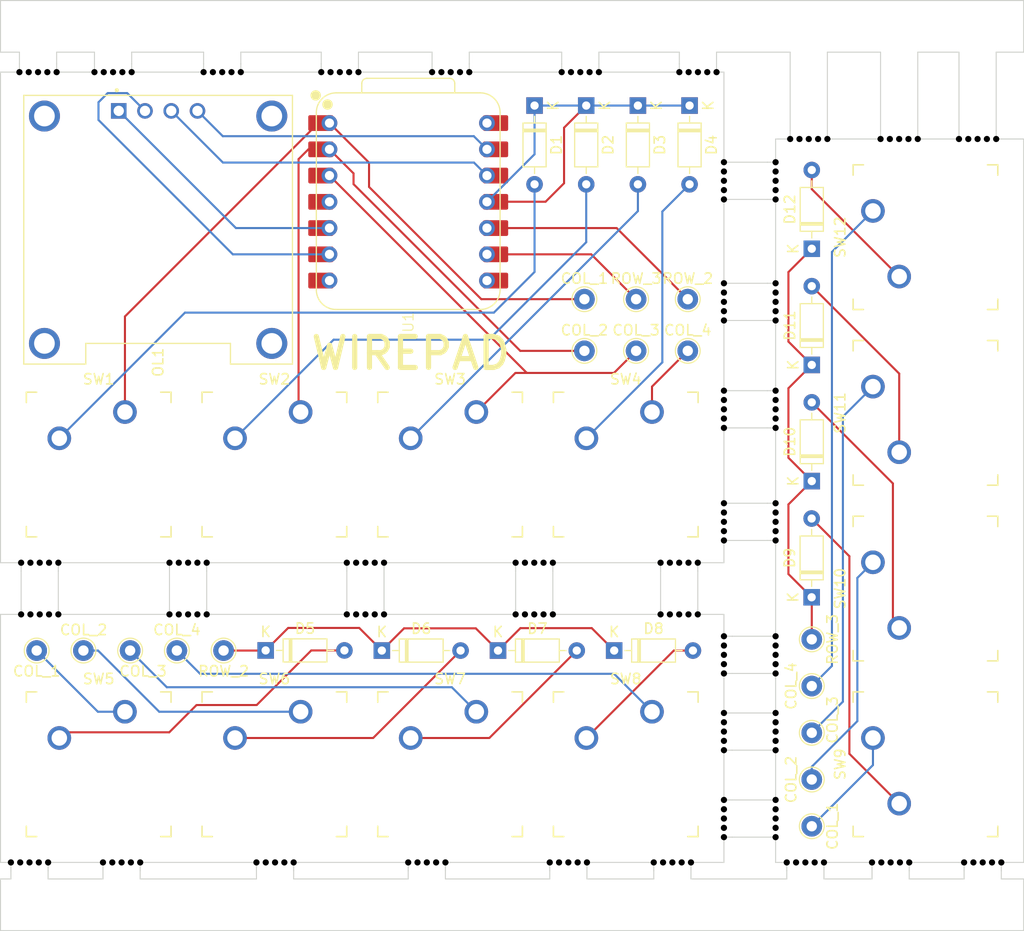
<source format=kicad_pcb>
(kicad_pcb (version 20240108) (generator "pcbnew") (generator_version "8.0")
  (layers (0 "F.Cu" signal) (31 "B.Cu" signal) (34 "B.Paste" user) (35 "F.Paste" user) (36 "B.SilkS" user "B.Silkscreen") (37 "F.SilkS" user "F.Silkscreen") (38 "B.Mask" user) (39 "F.Mask" user) (44 "Edge.Cuts" user))
  (net 0 "")
  (net 1 "Net-(D1-A)")
  (net 2 "ROW_1")
  (net 3 "Net-(D2-A)")
  (net 4 "Net-(D3-A)")
  (net 5 "Net-(D4-A)")
  (net 6 "Net-(D5-A)")
  (net 7 "ROW_2")
  (net 8 "Net-(D6-A)")
  (net 9 "Net-(D7-A)")
  (net 10 "Net-(D8-A)")
  (net 11 "Net-(D9-A)")
  (net 12 "ROW_3")
  (net 13 "Net-(D10-A)")
  (net 14 "Net-(D11-A)")
  (net 15 "Net-(D12-A)")
  (net 18 "+3V3")
  (net 19 "SDA")
  (net 20 "SCL")
  (net 21 "GND")
  (net 22 "COL_1")
  (net 23 "COL_2")
  (net 24 "COL_3")
  (net 25 "COL_4")
  (footprint "NPTH" (layer "F.Cu") (at 52.835 26.9296)
    (property "Reference" "KiKit_MB_11_3" (hide yes))
    (property "Value" "NPTH" (hide yes))
  )
  (footprint "NPTH" (layer "F.Cu") (at 89.285 26.9296)
    (property "Reference" "KiKit_MB_23_5" (hide yes))
    (property "Value" "NPTH" (hide yes))
  )
  (footprint "NPTH" (layer "F.Cu") (at 105.155 33.4)
    (property "Reference" "KiKit_MB_41_1" (hide yes))
    (property "Value" "NPTH" (hide yes))
  )
  (footprint "NPTH" (layer "F.Cu") (at 45.665 103.3996)
    (property "Reference" "KiKit_MB_10_2" (hide yes))
    (property "Value" "NPTH" (hide yes))
  )
  (footprint "NPTH" (layer "F.Cu") (at 90 72.245)
    (property "Reference" "KiKit_MB_27_5" (hide yes))
    (property "Value" "NPTH" (hide yes))
  )
  (footprint "NPTH" (layer "F.Cu") (at 61.25 103.3996)
    (property "Reference" "KiKit_MB_14_3" (hide yes))
    (property "Value" "NPTH" (hide yes))
  )
  (footprint "NPTH" (layer "F.Cu") (at 85.67 74.3996)
    (property "Reference" "KiKit_MB_21_3" (hide yes))
    (property "Value" "NPTH" (hide yes))
  )
  (footprint "NPTH" (layer "F.Cu") (at 85.685 26.9296)
    (property "Reference" "KiKit_MB_23_1" (hide yes))
    (property "Value" "NPTH" (hide yes))
  )
  (footprint "keyswitches:SW_MX" (layer "F.Cu") (at 80.5 64.8996)
    (property "Reference" "SW4")
    (property "Value" "SW_Push_45deg" (hide yes))
  )
  (footprint "NPTH" (layer "F.Cu") (at 60.35 103.3996)
    (property "Reference" "KiKit_MB_14_2" (hide yes))
    (property "Value" "NPTH" (hide yes))
  )
  (footprint "NPTH" (layer "F.Cu") (at 23.794999 79.3996)
    (property "Reference" "KiKit_MB_4_3" (hide yes))
    (property "Value" "NPTH" (hide yes))
  )
  (footprint "NPTH" (layer "F.Cu") (at 115.04 103.4)
    (property "Reference" "KiKit_MB_43_3" (hide yes))
    (property "Value" "NPTH" (hide yes))
  )
  (footprint "keyswitches:SW_MX" (layer "F.Cu") (at 109.5 59.9 90)
    (property "Reference" "SW11")
    (property "Value" "SW_Push_45deg" (hide yes))
  )
  (footprint "NPTH" (layer "F.Cu") (at 70.745 74.3996)
    (property "Reference" "KiKit_MB_16_2" (hide yes))
    (property "Value" "NPTH" (hide yes))
  )
  (footprint "NPTH" (layer "F.Cu") (at 85.01 103.3996)
    (property "Reference" "KiKit_MB_20_3" (hide yes))
    (property "Value" "NPTH" (hide yes))
  )
  (footprint "NPTH" (layer "F.Cu") (at 90 85.115)
    (property "Reference" "KiKit_MB_28_5" (hide yes))
    (property "Value" "NPTH" (hide yes))
  )
  (footprint "NPTH" (layer "F.Cu") (at 31.715 103.3996)
    (property "Reference" "KiKit_MB_6_3" (hide yes))
    (property "Value" "NPTH" (hide yes))
  )
  (footprint "NPTH" (layer "F.Cu") (at 90 59.555)
    (property "Reference" "KiKit_MB_26_3" (hide yes))
    (property "Value" "NPTH" (hide yes))
  )
  (footprint "NPTH" (layer "F.Cu") (at 23.705 103.3996)
    (property "Reference" "KiKit_MB_1_4" (hide yes))
    (property "Value" "NPTH" (hide yes))
  )
  (footprint "NPTH" (layer "F.Cu") (at 77 26.9296)
    (property "Reference" "KiKit_MB_19_4" (hide yes))
    (property "Value" "NPTH" (hide yes))
  )
  (footprint "NPTH" (layer "F.Cu") (at 90 60.455)
    (property "Reference" "KiKit_MB_26_4" (hide yes))
    (property "Value" "NPTH" (hide yes))
  )
  (footprint "NPTH" (layer "F.Cu") (at 22.894999 79.3996)
    (property "Reference" "KiKit_MB_4_2" (hide yes))
    (property "Value" "NPTH" (hide yes))
  )
  (footprint "NPTH" (layer "F.Cu") (at 75.845 103.3996)
    (property "Reference" "KiKit_MB_18_4" (hide yes))
    (property "Value" "NPTH" (hide yes))
  )
  (footprint "NPTH" (layer "F.Cu") (at 95 84.215)
    (property "Reference" "KiKit_MB_35_4" (hide yes))
    (property "Value" "NPTH" (hide yes))
  )
  (footprint "NPTH" (layer "F.Cu") (at 21.994999 79.3996)
    (property "Reference" "KiKit_MB_4_1" (hide yes))
    (property "Value" "NPTH" (hide yes))
  )
  (footprint "NPTH" (layer "F.Cu") (at 90 84.215)
    (property "Reference" "KiKit_MB_28_4" (hide yes))
    (property "Value" "NPTH" (hide yes))
  )
  (footprint "TestPoint:TestPoint_THTPad_D2.0mm_Drill1.0mm" (layer "F.Cu") (at 98.5 81.815 90)
    (property "Reference" "ROW_3")
    (property "Value" "TestPoint_THTPad_D2.0mm_Drill1.0mm" (hide yes))
  )
  (footprint "NPTH" (layer "F.Cu") (at 29.99 26.9296)
    (property "Reference" "KiKit_MB_5_2" (hide yes))
    (property "Value" "NPTH" (hide yes))
  )
  (footprint "Seeed Studio XIAO Series Library:XIAO-RP2040-DIP" (layer "F.Cu") (at 59.45 39.4796)
    (property "Reference" "U1")
    (property "Value" "XIAO-RP2040-DIP")
  )
  (footprint "TestPoint:TestPoint_THTPad_D2.0mm_Drill1.0mm" (layer "F.Cu") (at 41.585 82.8996)
    (property "Reference" "ROW_2")
    (property "Value" "TestPoint_THTPad_D2.0mm_Drill1.0mm" (hide yes))
  )
  (footprint "NPTH" (layer "F.Cu") (at 107.93 103.4)
    (property "Reference" "KiKit_MB_40_5" (hide yes))
    (property "Value" "NPTH" (hide yes))
  )
  (footprint "keyswitches:SW_MX" (layer "F.Cu") (at 63.5 64.8996)
    (property "Reference" "SW3")
    (property "Value" "SW_Push_45deg" (hide yes))
  )
  (footprint "NPTH" (layer "F.Cu") (at 114.545 33.4)
    (property "Reference" "KiKit_MB_42_3" (hide yes))
    (property "Value" "NPTH" (hide yes))
  )
  (footprint "NPTH" (layer "F.Cu") (at 40.55 26.9296)
    (property "Reference" "KiKit_MB_9_2" (hide yes))
    (property "Value" "NPTH" (hide yes))
  )
  (footprint "NPTH" (layer "F.Cu") (at 90 88.94)
    (property "Reference" "KiKit_MB_29_1" (hide yes))
    (property "Value" "NPTH" (hide yes))
  )
  (footprint "keyswitches:SW_MX" (layer "F.Cu") (at 109.5 76.9 90)
    (property "Reference" "SW10")
    (property "Value" "SW_Push_45deg" (hide yes))
  )
  (footprint "NPTH" (layer "F.Cu") (at 55.31 74.3996)
    (property "Reference" "KiKit_MB_12_3" (hide yes))
    (property "Value" "NPTH" (hide yes))
  )
  (footprint "NPTH" (layer "F.Cu") (at 24.694999 74.3996)
    (property "Reference" "KiKit_MB_3_4" (hide yes))
    (property "Value" "NPTH" (hide yes))
  )
  (footprint "NPTH" (layer "F.Cu") (at 21.83 26.9296)
    (property "Reference" "KiKit_MB_2_1" (hide yes))
    (property "Value" "NPTH" (hide yes))
  )
  (footprint "NPTH" (layer "F.Cu") (at 112.745 33.4)
    (property "Reference" "KiKit_MB_42_1" (hide yes))
    (property "Value" "NPTH" (hide yes))
  )
  (footprint "NPTH" (layer "F.Cu") (at 114.14 103.4)
    (property "Reference" "KiKit_MB_43_2" (hide yes))
    (property "Value" "NPTH" (hide yes))
  )
  (footprint "NPTH" (layer "F.Cu") (at 95 50.959999)
    (property "Reference" "KiKit_MB_32_5" (hide yes))
    (property "Value" "NPTH" (hide yes))
  )
  (footprint "NPTH" (layer "F.Cu") (at 95 50.059999)
    (property "Reference" "KiKit_MB_32_4" (hide yes))
    (property "Value" "NPTH" (hide yes))
  )
  (footprint "NPTH" (layer "F.Cu") (at 23.794999 74.3996)
    (property "Reference" "KiKit_MB_3_3" (hide yes))
    (property "Value" "NPTH" (hide yes))
  )
  (footprint "NPTH" (layer "F.Cu") (at 90 50.059999)
    (property "Reference" "KiKit_MB_25_4" (hide yes))
    (property "Value" "NPTH" (hide yes))
  )
  (footprint "NPTH" (layer "F.Cu") (at 62.66 26.9296)
    (property "Reference" "KiKit_MB_15_2" (hide yes))
    (property "Value" "NPTH" (hide yes))
  )
  (footprint "NPTH" (layer "F.Cu") (at 57.11 74.3996)
    (property "Reference" "KiKit_MB_12_5" (hide yes))
    (property "Value" "NPTH" (hide yes))
  )
  (footprint "NPTH" (layer "F.Cu") (at 69.845 79.3996)
    (property "Reference" "KiKit_MB_17_1" (hide yes))
    (property "Value" "NPTH" (hide yes))
  )
  (footprint "NPTH" (layer "F.Cu") (at 95 88.94)
    (property "Reference" "KiKit_MB_36_1" (hide yes))
    (property "Value" "NPTH" (hide yes))
  )
  (footprint "NPTH" (layer "F.Cu") (at 90 36.545)
    (property "Reference" "KiKit_MB_24_2" (hide yes))
    (property "Value" "NPTH" (hide yes))
  )
  (footprint "NPTH" (layer "F.Cu") (at 90 57.755)
    (property "Reference" "KiKit_MB_26_1" (hide yes))
    (property "Value" "NPTH" (hide yes))
  )
  (footprint "NPTH" (layer "F.Cu") (at 59.45 103.3996)
    (property "Reference" "KiKit_MB_14_1" (hide yes))
    (property "Value" "NPTH" (hide yes))
  )
  (footprint "NPTH" (layer "F.Cu") (at 54.41 79.3996)
    (property "Reference" "KiKit_MB_13_2" (hide yes))
    (property "Value" "NPTH" (hide yes))
  )
  (footprint "Diode_THT:D_DO-35_SOD27_P7.62mm_Horizontal" (layer "F.Cu") (at 98.5 44.02 90)
    (property "Reference" "D12")
    (property "Value" "1N4148" (hide yes))
  )
  (footprint "NPTH" (layer "F.Cu") (at 76.745 103.3996)
    (property "Reference" "KiKit_MB_18_5" (hide yes))
    (property "Value" "NPTH" (hide yes))
  )
  (footprint "NPTH" (layer "F.Cu") (at 90 68.645)
    (property "Reference" "KiKit_MB_27_1" (hide yes))
    (property "Value" "NPTH" (hide yes))
  )
  (footprint "TestPoint:TestPoint_THTPad_D2.0mm_Drill1.0mm" (layer "F.Cu") (at 98.5 90.8575 90)
    (property "Reference" "COL_3")
    (property "Value" "TestPoint_THTPad_D2.0mm_Drill1.0mm" (hide yes))
  )
  (footprint "NPTH" (layer "F.Cu") (at 104.33 103.4)
    (property "Reference" "KiKit_MB_40_1" (hide yes))
    (property "Value" "NPTH" (hide yes))
  )
  (footprint "TestPoint:TestPoint_THTPad_D2.0mm_Drill1.0mm" (layer "F.Cu") (at 86.5 48.8996)
    (property "Reference" "ROW_2")
    (property "Value" "TestPoint_THTPad_D2.0mm_Drill1.0mm" (hide yes))
  )
  (footprint "NPTH" (layer "F.Cu") (at 53.51 79.3996)
    (property "Reference" "KiKit_MB_13_1" (hide yes))
    (property "Value" "NPTH" (hide yes))
  )
  (footprint "Diode_THT:D_DO-35_SOD27_P7.62mm_Horizontal" (layer "F.Cu") (at 86.675 30.1646 -90)
    (property "Reference" "D4")
    (property "Value" "1N4148" (hide yes))
  )
  (footprint "NPTH" (layer "F.Cu") (at 62.15 103.3996)
    (property "Reference" "KiKit_MB_14_4" (hide yes))
    (property "Value" "NPTH" (hide yes))
  )
  (footprint "NPTH" (layer "F.Cu") (at 24.53 26.9296)
    (property "Reference" "KiKit_MB_2_4" (hide yes))
    (property "Value" "NPTH" (hide yes))
  )
  (footprint "NPTH" (layer "F.Cu") (at 95 49.159999)
    (property "Reference" "KiKit_MB_32_3" (hide yes))
    (property "Value" "NPTH" (hide yes))
  )
  (footprint "NPTH" (layer "F.Cu") (at 72.545 79.3996)
    (property "Reference" "KiKit_MB_17_4" (hide yes))
    (property "Value" "NPTH" (hide yes))
  )
  (footprint "NPTH" (layer "F.Cu") (at 113.645 33.4)
    (property "Reference" "KiKit_MB_42_2" (hide yes))
    (property "Value" "NPTH" (hide yes))
  )
  (footprint "NPTH" (layer "F.Cu") (at 99.68 103.4)
    (property "Reference" "KiKit_MB_38_5" (hide yes))
    (property "Value" "NPTH" (hide yes))
  )
  (footprint "NPTH" (layer "F.Cu") (at 96.41 33.4)
    (property "Reference" "KiKit_MB_39_1" (hide yes))
    (property "Value" "NPTH" (hide yes))
  )
  (footprint "NPTH" (layer "F.Cu") (at 84.11 103.3996)
    (property "Reference" "KiKit_MB_20_2" (hide yes))
    (property "Value" "NPTH" (hide yes))
  )
  (footprint "NPTH" (layer "F.Cu") (at 54.635 26.9296)
    (property "Reference" "KiKit_MB_11_5" (hide yes))
    (property "Value" "NPTH" (hide yes))
  )
  (footprint "NPTH" (layer "F.Cu") (at 98.21 33.4)
    (property "Reference" "KiKit_MB_39_3" (hide yes))
    (property "Value" "NPTH" (hide yes))
  )
  (footprint "TestPoint:TestPoint_THTPad_D2.0mm_Drill1.0mm" (layer "F.Cu") (at 32.5425 82.8996)
    (property "Reference" "COL_3")
    (property "Value" "TestPoint_THTPad_D2.0mm_Drill1.0mm" (hide yes))
  )
  (footprint "NPTH" (layer "F.Cu") (at 90 91.64)
    (property "Reference" "KiKit_MB_29_4" (hide yes))
    (property "Value" "NPTH" (hide yes))
  )
  (footprint "keyswitches:SW_MX" (layer "F.Cu") (at 46.5 93.8996)
    (property "Reference" "SW6")
    (property "Value" "SW_Push_45deg" (hide yes))
  )
  (footprint "NPTH" (layer "F.Cu") (at 95 72.245)
    (property "Reference" "KiKit_MB_34_5" (hide yes))
    (property "Value" "NPTH" (hide yes))
  )
  (footprint "NPTH" (layer "F.Cu") (at 39.65 26.9296)
    (property "Reference" "KiKit_MB_9_1" (hide yes))
    (property "Value" "NPTH" (hide yes))
  )
  (footprint "NPTH" (layer "F.Cu") (at 90 98.255)
    (property "Reference" "KiKit_MB_30_2" (hide yes))
    (property "Value" "NPTH" (hide yes))
  )
  (footprint "NPTH" (layer "F.Cu") (at 30.815 103.3996)
    (property "Reference" "KiKit_MB_6_2" (hide yes))
    (property "Value" "NPTH" (hide yes))
  )
  (footprint "NPTH" (layer "F.Cu") (at 87.47 74.3996)
    (property "Reference" "KiKit_MB_21_5" (hide yes))
    (property "Value" "NPTH" (hide yes))
  )
  (footprint "Diode_THT:D_DO-35_SOD27_P7.62mm_Horizontal" (layer "F.Cu") (at 71.675 30.1646 -90)
    (property "Reference" "D1")
    (property "Value" "1N4148" (hide yes))
  )
  (footprint "NPTH" (layer "F.Cu") (at 95 97.355)
    (property "Reference" "KiKit_MB_37_1" (hide yes))
    (property "Value" "NPTH" (hide yes))
  )
  (footprint "NPTH" (layer "F.Cu") (at 25.43 26.9296)
    (property "Reference" "KiKit_MB_2_5" (hide yes))
    (property "Value" "NPTH" (hide yes))
  )
  (footprint "NPTH" (layer "F.Cu") (at 21.005 103.3996)
    (property "Reference" "KiKit_MB_1_1" (hide yes))
    (property "Value" "NPTH" (hide yes))
  )
  (footprint "NPTH" (layer "F.Cu") (at 73.445 74.3996)
    (property "Reference" "KiKit_MB_16_5" (hide yes))
    (property "Value" "NPTH" (hide yes))
  )
  (footprint "NPTH" (layer "F.Cu") (at 33.515 103.3996)
    (property "Reference" "KiKit_MB_6_5" (hide yes))
    (property "Value" "NPTH" (hide yes))
  )
  (footprint "NPTH" (layer "F.Cu") (at 48.365 103.3996)
    (property "Reference" "KiKit_MB_10_5" (hide yes))
    (property "Value" "NPTH" (hide yes))
  )
  (footprint "NPTH" (layer "F.Cu") (at 108.755 33.4)
    (property "Reference" "KiKit_MB_41_5" (hide yes))
    (property "Value" "NPTH" (hide yes))
  )
  (footprint "TestPoint:TestPoint_THTPad_D2.0mm_Drill1.0mm" (layer "F.Cu") (at 81.5 48.8996)
    (property "Reference" "ROW_3")
    (property "Value" "TestPoint_THTPad_D2.0mm_Drill1.0mm" (hide yes))
  )
  (footprint "NPTH" (layer "F.Cu") (at 95 98.255)
    (property "Reference" "KiKit_MB_37_2" (hide yes))
    (property "Value" "NPTH" (hide yes))
  )
  (footprint "NPTH" (layer "F.Cu") (at 71.645 79.3996)
    (property "Reference" "KiKit_MB_17_3" (hide yes))
    (property "Value" "NPTH" (hide yes))
  )
  (footprint "NPTH" (layer "F.Cu") (at 90 82.415)
    (property "Reference" "KiKit_MB_28_2" (hide yes))
    (property "Value" "NPTH" (hide yes))
  )
  (footprint "NPTH" (layer "F.Cu") (at 90 58.655)
    (property "Reference" "KiKit_MB_26_2" (hide yes))
    (property "Value" "NPTH" (hide yes))
  )
  (footprint "NPTH" (layer "F.Cu") (at 63.05 103.3996)
    (property "Reference" "KiKit_MB_14_5" (hide yes))
    (property "Value" "NPTH" (hide yes))
  )
  (footprint "NPTH" (layer "F.Cu") (at 86.585 26.9296)
    (property "Reference" "KiKit_MB_23_2" (hide yes))
    (property "Value" "NPTH" (hide yes))
  )
  (footprint "NPTH" (layer "F.Cu") (at 72.545 74.3996)
    (property "Reference" "KiKit_MB_16_4" (hide yes))
    (property "Value" "NPTH" (hide yes))
  )
  (footprint "NPTH" (layer "F.Cu") (at 90 35.645)
    (property "Reference" "KiKit_MB_24_1" (hide yes))
    (property "Value" "NPTH" (hide yes))
  )
  (footprint "NPTH" (layer "F.Cu") (at 73.445 79.3996)
    (property "Reference" "KiKit_MB_17_5" (hide yes))
    (property "Value" "NPTH" (hide yes))
  )
  (footprint "NPTH" (layer "F.Cu") (at 90 39.245)
    (property "Reference" "KiKit_MB_24_5" (hide yes))
    (property "Value" "NPTH" (hide yes))
  )
  (footprint "NPTH" (layer "F.Cu") (at 47.465 103.3996)
    (property "Reference" "KiKit_MB_10_4" (hide yes))
    (property "Value" "NPTH" (hide yes))
  )
  (footprint "NPTH" (layer "F.Cu") (at 95 70.445)
    (property "Reference" "KiKit_MB_34_3" (hide yes))
    (property "Value" "NPTH" (hide yes))
  )
  (footprint "NPTH" (layer "F.Cu") (at 115.94 103.4)
    (property "Reference" "KiKit_MB_43_4" (hide yes))
    (property "Value" "NPTH" (hide yes))
  )
  (footprint "NPTH" (layer "F.Cu") (at 95 69.545)
    (property "Reference" "KiKit_MB_34_2" (hide yes))
    (property "Value" "NPTH" (hide yes))
  )
  (footprint "NPTH" (layer "F.Cu") (at 95 37.445)
    (property "Reference" "KiKit_MB_31_3" (hide yes))
    (property "Value" "NPTH" (hide yes))
  )
  (footprint "Diode_THT:D_DO-35_SOD27_P7.62mm_Horizontal" (layer "F.Cu") (at 79.38 82.8996)
    (property "Reference" "D8")
    (property "Value" "1N4148" (hide yes))
  )
  (footprint "NPTH" (layer "F.Cu") (at 86.57 79.3996)
    (property "Reference" "KiKit_MB_22_4" (hide yes))
    (property "Value" "NPTH" (hide yes))
  )
  (footprint "NPTH" (layer "F.Cu") (at 56.21 74.3996)
    (property "Reference" "KiKit_MB_12_4" (hide yes))
    (property "Value" "NPTH" (hide yes))
  )
  (footprint "keyswitches:SW_MX" (layer "F.Cu") (at 29.5 93.8996)
    (property "Reference" "SW5")
    (property "Value" "SW_Push_45deg" (hide yes))
  )
  (footprint "NPTH" (layer "F.Cu") (at 90 81.515)
    (property "Reference" "KiKit_MB_28_1" (hide yes))
    (property "Value" "NPTH" (hide yes))
  )
  (footprint "NPTH" (layer "F.Cu") (at 36.349999 74.3996)
    (property "Reference" "KiKit_MB_7_1" (hide yes))
    (property "Value" "NPTH" (hide yes))
  )
  (footprint "TestPoint:TestPoint_THTPad_D2.0mm_Drill1.0mm" (layer "F.Cu") (at 98.5 86.33625 90)
    (property "Reference" "COL_4")
    (property "Value" "TestPoint_THTPad_D2.0mm_Drill1.0mm" (hide yes))
  )
  (footprint "NPTH" (layer "F.Cu") (at 38.149999 74.3996)
    (property "Reference" "KiKit_MB_7_3" (hide yes))
    (property "Value" "NPTH" (hide yes))
  )
  (footprint "NPTH" (layer "F.Cu") (at 90 99.155)
    (property "Reference" "KiKit_MB_30_3" (hide yes))
    (property "Value" "NPTH" (hide yes))
  )
  (footprint "NPTH" (layer "F.Cu") (at 97.31 33.4)
    (property "Reference" "KiKit_MB_39_2" (hide yes))
    (property "Value" "NPTH" (hide yes))
  )
  (footprint "NPTH" (layer "F.Cu") (at 32.615 103.3996)
    (property "Reference" "KiKit_MB_6_4" (hide yes))
    (property "Value" "NPTH" (hide yes))
  )
  (footprint "NPTH" (layer "F.Cu") (at 74.045 103.3996)
    (property "Reference" "KiKit_MB_18_2" (hide yes))
    (property "Value" "NPTH" (hide yes))
  )
  (footprint "NPTH" (layer "F.Cu") (at 88.385 26.9296)
    (property "Reference" "KiKit_MB_23_4" (hide yes))
    (property "Value" "NPTH" (hide yes))
  )
  (footprint "NPTH" (layer "F.Cu") (at 74.945 103.3996)
    (property "Reference" "KiKit_MB_18_3" (hide yes))
    (property "Value" "NPTH" (hide yes))
  )
  (footprint "NPTH" (layer "F.Cu") (at 99.11 33.4)
    (property "Reference" "KiKit_MB_39_4" (hide yes))
    (property "Value" "NPTH" (hide yes))
  )
  (footprint "NPTH" (layer "F.Cu") (at 86.57 74.3996)
    (property "Reference" "KiKit_MB_21_4" (hide yes))
    (property "Value" "NPTH" (hide yes))
  )
  (footprint "NPTH" (layer "F.Cu") (at 95 48.259999)
    (property "Reference" "KiKit_MB_32_2" (hide yes))
    (property "Value" "NPTH" (hide yes))
  )
  (footprint "NPTH" (layer "F.Cu") (at 96.98 103.4)
    (property "Reference" "KiKit_MB_38_2" (hide yes))
    (property "Value" "NPTH" (hide yes))
  )
  (footprint "NPTH" (layer "F.Cu") (at 29.09 26.9296)
    (property "Reference" "KiKit_MB_5_1" (hide yes))
    (property "Value" "NPTH" (hide yes))
  )
  (footprint "TestPoint:TestPoint_THTPad_D2.0mm_Drill1.0mm" (layer "F.Cu") (at 86.5 53.8996)
    (property "Reference" "COL_4")
    (property "Value" "TestPoint_THTPad_D2.0mm_Drill1.0mm" (hide yes))
  )
  (footprint "NPTH" (layer "F.Cu") (at 90 83.315)
    (property "Reference" "KiKit_MB_28_3" (hide yes))
    (property "Value" "NPTH" (hide yes))
  )
  (footprint "Diode_THT:D_DO-35_SOD27_P7.62mm_Horizontal" (layer "F.Cu") (at 68.13875 82.8996)
    (property "Reference" "D7")
    (property "Value" "1N4148" (hide yes))
  )
  (footprint "NPTH" (layer "F.Cu") (at 63.56 26.9296)
    (property "Reference" "KiKit_MB_15_3" (hide yes))
    (property "Value" "NPTH" (hide yes))
  )
  (footprint "TestPoint:TestPoint_THTPad_D2.0mm_Drill1.0mm" (layer "F.Cu") (at 76.5 48.8996)
    (property "Reference" "COL_1")
    (property "Value" "TestPoint_THTPad_D2.0mm_Drill1.0mm" (hide yes))
  )
  (footprint "keyswitches:SW_MX" (layer "F.Cu") (at 80.5 93.8996)
    (property "Reference" "SW8")
    (property "Value" "SW_Push_45deg" (hide yes))
  )
  (footprint "NPTH" (layer "F.Cu") (at 90 47.359999)
    (property "Reference" "KiKit_MB_25_1" (hide yes))
    (property "Value" "NPTH" (hide yes))
  )
  (footprint "NPTH" (layer "F.Cu") (at 95 60.455)
    (property "Reference" "KiKit_MB_33_4" (hide yes))
    (property "Value" "NPTH" (hide yes))
  )
  (footprint "NPTH" (layer "F.Cu") (at 83.87 74.3996)
    (property "Reference" "KiKit_MB_21_1" (hide yes))
    (property "Value" "NPTH" (hide yes))
  )
  (footprint "NPTH" (layer "F.Cu") (at 36.349999 79.3996)
    (property "Reference" "KiKit_MB_8_1" (hide yes))
    (property "Value" "NPTH" (hide yes))
  )
  (footprint "TestPoint:TestPoint_THTPad_D2.0mm_Drill1.0mm" (layer "F.Cu") (at 98.5 95.37875 90)
    (property "Reference" "COL_2")
    (property "Value" "TestPoint_THTPad_D2.0mm_Drill1.0mm" (hide yes))
  )
  (footprint "NPTH" (layer "F.Cu") (at 90 48.259999)
    (property "Reference" "KiKit_MB_25_2" (hide yes))
    (property "Value" "NPTH" (hide yes))
  )
  (footprint "NPTH" (layer "F.Cu") (at 90 89.84)
    (property "Reference" "KiKit_MB_29_2" (hide yes))
    (property "Value" "NPTH" (hide yes))
  )
  (footprint "NPTH" (layer "F.Cu") (at 90 70.445)
    (property "Reference" "KiKit_MB_27_3" (hide yes))
    (property "Value" "NPTH" (hide yes))
  )
  (footprint "NPTH" (layer "F.Cu") (at 22.73 26.9296)
    (property "Reference" "KiKit_MB_2_2" (hide yes))
    (property "Value" "NPTH" (hide yes))
  )
  (footprint "NPTH" (layer "F.Cu") (at 97.88 103.4)
    (property "Reference" "KiKit_MB_38_3" (hide yes))
    (property "Value" "NPTH" (hide yes))
  )
  (footprint "keyswitches:SW_MX" (layer "F.Cu") (at 109.5 93.9 90)
    (property "Reference" "SW9")
    (property "Value" "SW_Push_45deg" (hide yes))
  )
  (footprint "NPTH" (layer "F.Cu") (at 95 35.645)
    (property "Reference" "KiKit_MB_31_1" (hide yes))
    (property "Value" "NPTH" (hide yes))
  )
  (footprint "NPTH" (layer "F.Cu") (at 69.845 74.3996)
    (property "Reference" "KiKit_MB_16_1" (hide yes))
    (property "Value" "NPTH" (hide yes))
  )
  (footprint "NPTH" (layer "F.Cu") (at 39.049999 79.3996)
    (property "Reference" "KiKit_MB_8_4" (hide yes))
    (property "Value" "NPTH" (hide yes))
  )
  (footprint "NPTH" (layer "F.Cu") (at 25.594999 74.3996)
    (property "Reference" "KiKit_MB_3_5" (hide yes))
    (property "Value" "NPTH" (hide yes))
  )
  (footprint "NPTH" (layer "F.Cu") (at 29.915 103.3996)
    (property "Reference" "KiKit_MB_6_1" (hide yes))
    (property "Value" "NPTH" (hide yes))
  )
  (footprint "NPTH" (layer "F.Cu") (at 87.485 26.9296)
    (property "Reference" "KiKit_MB_23_3" (hide yes))
    (property "Value" "NPTH" (hide yes))
  )
  (footprint "NPTH" (layer "F.Cu") (at 71.645 74.3996)
    (property "Reference" "KiKit_MB_16_3" (hide yes))
    (property "Value" "NPTH" (hide yes))
  )
  (footprint "NPTH" (layer "F.Cu") (at 116.345 33.4)
    (property "Reference" "KiKit_MB_42_5" (hide yes))
    (property "Value" "NPTH" (hide yes))
  )
  (footprint "NPTH" (layer "F.Cu") (at 95 89.84)
    (property "Reference" "KiKit_MB_36_2" (hide yes))
    (property "Value" "NPTH" (hide yes))
  )
  (footprint "NPTH" (layer "F.Cu") (at 95 81.515)
    (property "Reference" "KiKit_MB_35_1" (hide yes))
    (property "Value" "NPTH" (hide yes))
  )
  (footprint "Diode_THT:D_DO-35_SOD27_P7.62mm_Horizontal" (layer "F.Cu") (at 45.65625 82.8871)
    (property "Reference" "D5")
    (property "Value" "1N4148" (hide yes))
  )
  (footprint "NPTH" (layer "F.Cu") (at 107.855 33.4)
    (property "Reference" "KiKit_MB_41_4" (hide yes))
    (property "Value" "NPTH" (hide yes))
  )
  (footprint "NPTH" (layer "F.Cu") (at 23.63 26.9296)
    (property "Reference" "KiKit_MB_2_3" (hide yes))
    (property "Value" "NPTH" (hide yes))
  )
  (footprint "NPTH" (layer "F.Cu") (at 90 37.445)
    (property "Reference" "KiKit_MB_24_3" (hide yes))
    (property "Value" "NPTH" (hide yes))
  )
  (footprint "NPTH" (layer "F.Cu") (at 86.81 103.3996)
    (property "Reference" "KiKit_MB_20_5" (hide yes))
    (property "Value" "NPTH" (hide yes))
  )
  (footprint "NPTH" (layer "F.Cu") (at 90 71.345)
    (property "Reference" "KiKit_MB_27_4" (hide yes))
    (property "Value" "NPTH" (hide yes))
  )
  (footprint "NPTH" (layer "F.Cu") (at 31.79 26.9296)
    (property "Reference" "KiKit_MB_5_4" (hide yes))
    (property "Value" "NPTH" (hide yes))
  )
  (footprint "NPTH" (layer "F.Cu") (at 85.91 103.3996)
    (property "Reference" "KiKit_MB_20_4" (hide yes))
    (property "Value" "NPTH" (hide yes))
  )
  (footprint "NPTH" (layer "F.Cu") (at 73.145 103.3996)
    (property "Reference" "KiKit_MB_18_1" (hide yes))
    (property "Value" "NPTH" (hide yes))
  )
  (footprint "NPTH" (layer "F.Cu") (at 21.994999 74.3996)
    (property "Reference" "KiKit_MB_3_1" (hide yes))
    (property "Value" "NPTH" (hide yes))
  )
  (footprint "NPTH" (layer "F.Cu") (at 90 50.959999)
    (property "Reference" "KiKit_MB_25_5" (hide yes))
    (property "Value" "NPTH" (hide yes))
  )
  (footprint "NPTH" (layer "F.Cu") (at 53.735 26.9296)
    (property "Reference" "KiKit_MB_11_4" (hide yes))
    (property "Value" "NPTH" (hide yes))
  )
  (footprint "NPTH" (layer "F.Cu") (at 42.35 26.9296)
    (property "Reference" "KiKit_MB_9_4" (hide yes))
    (property "Value" "NPTH" (hide yes))
  )
  (footprint "NPTH" (layer "F.Cu") (at 83.21 103.3996)
    (property "Reference" "KiKit_MB_20_1" (hide yes))
    (property "Value" "NPTH" (hide yes))
  )
  (footprint "TestPoint:TestPoint_THTPad_D2.0mm_Drill1.0mm" (layer "F.Cu") (at 23.5 82.8996)
    (property "Reference" "COL_1")
    (property "Value" "TestPoint_THTPad_D2.0mm_Drill1.0mm" (hide yes))
  )
  (footprint "NPTH" (layer "F.Cu") (at 76.1 26.9296)
    (property "Reference" "KiKit_MB_19_3" (hide yes))
    (property "Value" "NPTH" (hide yes))
  )
  (footprint "NPTH" (layer "F.Cu") (at 106.955 33.4)
    (property "Reference" "KiKit_MB_41_3" (hide yes))
    (property "Value" "NPTH" (hide yes))
  )
  (footprint "NPTH" (layer "F.Cu") (at 84.77 74.3996)
    (property "Reference" "KiKit_MB_21_2" (hide yes))
    (property "Value" "NPTH" (hide yes))
  )
  (footprint "Diode_THT:D_DO-35_SOD27_P7.62mm_Horizontal" (layer "F.Cu") (at 81.675 30.1646 -90)
    (property "Reference" "D3")
    (property "Value" "1N4148" (hide yes))
  )
  (footprint "NPTH" (layer "F.Cu") (at 77.9 26.9296)
    (property "Reference" "KiKit_MB_19_5" (hide yes))
    (property "Value" "NPTH" (hide yes))
  )
  (footprint "Diode_THT:D_DO-35_SOD27_P7.62mm_Horizontal" (layer "F.Cu") (at 76.675 30.1646 -90)
    (property "Reference" "D2")
    (property "Value" "1N4148" (hide yes))
  )
  (footprint "NPTH" (layer "F.Cu") (at 95 100.955)
    (property "Reference" "KiKit_MB_37_5" (hide yes))
    (property "Value" "NPTH" (hide yes))
  )
  (footprint "NPTH" (layer "F.Cu") (at 95 57.755)
    (property "Reference" "KiKit_MB_33_1" (hide yes))
    (property "Value" "NPTH" (hide yes))
  )
  (footprint "NPTH" (layer "F.Cu") (at 95 85.115)
    (property "Reference" "KiKit_MB_35_5" (hide yes))
    (property "Value" "NPTH" (hide yes))
  )
  (footprint "NPTH" (layer "F.Cu") (at 95 91.64)
    (property "Reference" "KiKit_MB_36_4" (hide yes))
    (property "Value" "NPTH" (hide yes))
  )
  (footprint "NPTH" (layer "F.Cu") (at 84.77 79.3996)
    (property "Reference" "KiKit_MB_22_2" (hide yes))
    (property "Value" "NPTH" (hide yes))
  )
  (footprint "NPTH" (layer "F.Cu") (at 87.47 79.3996)
    (property "Reference" "KiKit_MB_22_5" (hide yes))
    (property "Value" "NPTH" (hide yes))
  )
  (footprint "NPTH" (layer "F.Cu") (at 95 39.245)
    (property "Reference" "KiKit_MB_31_5" (hide yes))
    (property "Value" "NPTH" (hide yes))
  )
  (footprint "NPTH" (layer "F.Cu") (at 90 100.055)
    (property "Reference" "KiKit_MB_30_4" (hide yes))
    (property "Value" "NPTH" (hide yes))
  )
  (footprint "NPTH" (layer "F.Cu") (at 98.78 103.4)
    (property "Reference" "KiKit_MB_38_4" (hide yes))
    (property "Value" "NPTH" (hide yes))
  )
  (footprint "keyswitches:SW_MX" (layer "F.Cu") (at 29.5 64.8996)
    (property "Reference" "SW1")
    (property "Value" "SW_Push_45deg" (hide yes))
  )
  (footprint "TestPoint:TestPoint_THTPad_D2.0mm_Drill1.0mm" (layer "F.Cu") (at 81.5 53.8996)
    (property "Reference" "COL_3")
    (property "Value" "TestPoint_THTPad_D2.0mm_Drill1.0mm" (hide yes))
  )
  (footprint "NPTH" (layer "F.Cu") (at 95 83.315)
    (property "Reference" "KiKit_MB_35_3" (hide yes))
    (property "Value" "NPTH" (hide yes))
  )
  (footprint "NPTH" (layer "F.Cu") (at 96.08 103.4)
    (property "Reference" "KiKit_MB_38_1" (hide yes))
    (property "Value" "NPTH" (hide yes))
  )
  (footprint "Diode_THT:D_DO-35_SOD27_P7.62mm_Horizontal" (layer "F.Cu") (at 98.4875 77.74375 90)
    (property "Reference" "D9")
    (property "Value" "1N4148" (hide yes))
  )
  (footprint "NPTH" (layer "F.Cu") (at 95 61.355)
    (property "Reference" "KiKit_MB_33_5" (hide yes))
    (property "Value" "NPTH" (hide yes))
  )
  (footprint "NPTH" (layer "F.Cu") (at 70.745 79.3996)
    (property "Reference" "KiKit_MB_17_2" (hide yes))
    (property "Value" "NPTH" (hide yes))
  )
  (footprint "NPTH" (layer "F.Cu") (at 44.765 103.3996)
    (property "Reference" "KiKit_MB_10_1" (hide yes))
    (property "Value" "NPTH" (hide yes))
  )
  (footprint "NPTH" (layer "F.Cu") (at 116.84 103.4)
    (property "Reference" "KiKit_MB_43_5" (hide yes))
    (property "Value" "NPTH" (hide yes))
  )
  (footprint "NPTH" (layer "F.Cu") (at 30.89 26.9296)
    (property "Reference" "KiKit_MB_5_3" (hide yes))
    (property "Value" "NPTH" (hide yes))
  )
  (footprint "NPTH" (layer "F.Cu") (at 95 47.359999)
    (property "Reference" "KiKit_MB_32_1" (hide yes))
    (property "Value" "NPTH" (hide yes))
  )
  (footprint "NPTH" (layer "F.Cu") (at 95 38.345)
    (property "Reference" "KiKit_MB_31_4" (hide yes))
    (property "Value" "NPTH" (hide yes))
  )
  (footprint "NPTH" (layer "F.Cu") (at 90 49.159999)
    (property "Reference" "KiKit_MB_25_3" (hide yes))
    (property "Value" "NPTH" (hide yes))
  )
  (footprint "footprints:module_dm-oled096-636" (layer "F.Cu") (at 35.25 42.1796)
    (property "Reference" "OL1")
    (property "Value" "OLED" (hide yes))
  )
  (footprint "TestPoint:TestPoint_THTPad_D2.0mm_Drill1.0mm" (layer "F.Cu") (at 98.5 99.9 90)
    (property "Reference" "COL_1")
    (property "Value" "TestPoint_THTPad_D2.0mm_Drill1.0mm" (hide yes))
  )
  (footprint "NPTH" (layer "F.Cu") (at 24.605 103.3996)
    (property "Reference" "KiKit_MB_1_5" (hide yes))
    (property "Value" "NPTH" (hide yes))
  )
  (footprint "keyswitches:SW_MX" (layer "F.Cu") (at 46.5 64.8996)
    (property "Reference" "SW2")
    (property "Value" "SW_Push_45deg" (hide yes))
  )
  (footprint "NPTH" (layer "F.Cu") (at 75.2 26.9296)
    (property "Reference" "KiKit_MB_19_2" (hide yes))
    (property "Value" "NPTH" (hide yes))
  )
  (footprint "NPTH" (layer "F.Cu") (at 39.949999 74.3996)
    (property "Reference" "KiKit_MB_7_5" (hide yes))
    (property "Value" "NPTH" (hide yes))
  )
  (footprint "NPTH" (layer "F.Cu") (at 22.894999 74.3996)
    (property "Reference" "KiKit_MB_3_2" (hide yes))
    (property "Value" "NPTH" (hide yes))
  )
  (footprint "Diode_THT:D_DO-35_SOD27_P7.62mm_Horizontal" (layer "F.Cu") (at 98.5 66.5025 90)
    (property "Reference" "D10")
    (property "Value" "1N4148" (hide yes))
  )
  (footprint "NPTH" (layer "F.Cu") (at 107.03 103.4)
    (property "Reference" "KiKit_MB_40_4" (hide yes))
    (property "Value" "NPTH" (hide yes))
  )
  (footprint "NPTH" (layer "F.Cu") (at 90 90.74)
    (property "Reference" "KiKit_MB_29_3" (hide yes))
    (property "Value" "NPTH" (hide yes))
  )
  (footprint "Diode_THT:D_DO-35_SOD27_P7.62mm_Horizontal" (layer "F.Cu") (at 56.8975 82.8996)
    (property "Reference" "D6")
    (property "Value" "1N4148" (hide yes))
  )
  (footprint "NPTH" (layer "F.Cu") (at 83.87 79.3996)
    (property "Reference" "KiKit_MB_22_1" (hide yes))
    (property "Value" "NPTH" (hide yes))
  )
  (footprint "NPTH" (layer "F.Cu") (at 95 100.055)
    (property "Reference" "KiKit_MB_37_4" (hide yes))
    (property "Value" "NPTH" (hide yes))
  )
  (footprint "keyswitches:SW_MX" (layer "F.Cu") (at 109.5 42.9 90)
    (property "Reference" "SW12")
    (property "Value" "SW_Push_45deg" (hide yes))
  )
  (footprint "NPTH" (layer "F.Cu") (at 55.31 79.3996)
    (property "Reference" "KiKit_MB_13_3" (hide yes))
    (property "Value" "NPTH" (hide yes))
  )
  (footprint "NPTH" (layer "F.Cu") (at 54.41 74.3996)
    (property "Reference" "KiKit_MB_12_2" (hide yes))
    (property "Value" "NPTH" (hide yes))
  )
  (footprint "NPTH" (layer "F.Cu") (at 21.905 103.3996)
    (property "Reference" "KiKit_MB_1_2" (hide yes))
    (property "Value" "NPTH" (hide yes))
  )
  (footprint "NPTH" (layer "F.Cu") (at 46.565 103.3996)
    (property "Reference" "KiKit_MB_10_3" (hide yes))
    (property "Value" "NPTH" (hide yes))
  )
  (footprint "NPTH" (layer "F.Cu") (at 32.69 26.9296)
    (property "Reference" "KiKit_MB_5_5" (hide yes))
    (property "Value" "NPTH" (hide yes))
  )
  (footprint "NPTH" (layer "F.Cu") (at 105.23 103.4)
    (property "Reference" "KiKit_MB_40_2" (hide yes))
    (property "Value" "NPTH" (hide yes))
  )
  (footprint "NPTH" (layer "F.Cu") (at 90 38.345)
    (property "Reference" "KiKit_MB_24_4" (hide yes))
    (property "Value" "NPTH" (hide yes))
  )
  (footprint "NPTH" (layer "F.Cu") (at 51.035 26.9296)
    (property "Reference" "KiKit_MB_11_1" (hide yes))
    (property "Value" "NPTH" (hide yes))
  )
  (footprint "NPTH" (layer "F.Cu") (at 51.935 26.9296)
    (property "Reference" "KiKit_MB_11_2" (hide yes))
    (property "Value" "NPTH" (hide yes))
  )
  (footprint "NPTH" (layer "F.Cu") (at 95 36.545)
    (property "Reference" "KiKit_MB_31_2" (hide yes))
    (property "Value" "NPTH" (hide yes))
  )
  (footprint "NPTH" (layer "F.Cu") (at 85.67 79.3996)
    (property "Reference" "KiKit_MB_22_3" (hide yes))
    (property "Value" "NPTH" (hide yes))
  )
  (footprint "NPTH" (layer "F.Cu") (at 43.25 26.9296)
    (property "Reference" "KiKit_MB_9_5" (hide yes))
    (property "Value" "NPTH" (hide yes))
  )
  (footprint "NPTH" (layer "F.Cu") (at 95 92.54)
    (property "Reference" "KiKit_MB_36_5" (hide yes))
    (property "Value" "NPTH" (hide yes))
  )
  (footprint "NPTH" (layer "F.Cu") (at 61.76 26.9296)
    (property "Reference" "KiKit_MB_15_1" (hide yes))
    (property "Value" "NPTH" (hide yes))
  )
  (footprint "NPTH" (layer "F.Cu") (at 65.36 26.9296)
    (property "Reference" "KiKit_MB_15_5" (hide yes))
    (property "Value" "NPTH" (hide yes))
  )
  (footprint "NPTH" (layer "F.Cu") (at 56.21 79.3996)
    (property "Reference" "KiKit_MB_13_4" (hide yes))
    (property "Value" "NPTH" (hide yes))
  )
  (footprint "NPTH" (layer "F.Cu") (at 22.805 103.3996)
    (property "Reference" "KiKit_MB_1_3" (hide yes))
    (property "Value" "NPTH" (hide yes))
  )
  (footprint "NPTH" (layer "F.Cu") (at 57.11 79.3996)
    (property "Reference" "KiKit_MB_13_5" (hide yes))
    (property "Value" "NPTH" (hide yes))
  )
  (footprint "NPTH" (layer "F.Cu") (at 64.46 26.9296)
    (property "Reference" "KiKit_MB_15_4" (hide yes))
    (property "Value" "NPTH" (hide yes))
  )
  (footprint "NPTH" (layer "F.Cu") (at 95 68.645)
    (property "Reference" "KiKit_MB_34_1" (hide yes))
    (property "Value" "NPTH" (hide yes))
  )
  (footprint "TestPoint:TestPoint_THTPad_D2.0mm_Drill1.0mm" (layer "F.Cu") (at 37.06375 82.8996)
    (property "Reference" "COL_4")
    (property "Value" "TestPoint_THTPad_D2.0mm_Drill1.0mm" (hide yes))
  )
  (footprint "NPTH" (layer "F.Cu") (at 95 90.74)
    (property "Reference" "KiKit_MB_36_3" (hide yes))
    (property "Value" "NPTH" (hide yes))
  )
  (footprint "NPTH" (layer "F.Cu") (at 95 71.345)
    (property "Reference" "KiKit_MB_34_4" (hide yes))
    (property "Value" "NPTH" (hide yes))
  )
  (footprint "NPTH" (layer "F.Cu") (at 95 59.555)
    (property "Reference" "KiKit_MB_33_3" (hide yes))
    (property "Value" "NPTH" (hide yes))
  )
  (footprint "NPTH" (layer "F.Cu") (at 95 82.415)
    (property "Reference" "KiKit_MB_35_2" (hide yes))
    (property "Value" "NPTH" (hide yes))
  )
  (footprint "NPTH" (layer "F.Cu") (at 115.445 33.4)
    (property "Reference" "KiKit_MB_42_4" (hide yes))
    (property "Value" "NPTH" (hide yes))
  )
  (footprint "NPTH" (layer "F.Cu") (at 24.694999 79.3996)
    (property "Reference" "KiKit_MB_4_4" (hide yes))
    (property "Value" "NPTH" (hide yes))
  )
  (footprint "NPTH" (layer "F.Cu") (at 53.51 74.3996)
    (property "Reference" "KiKit_MB_12_1" (hide yes))
    (property "Value" "NPTH" (hide yes))
  )
  (footprint "NPTH" (layer "F.Cu") (at 37.249999 79.3996)
    (property "Reference" "KiKit_MB_8_2" (hide yes))
    (property "Value" "NPTH" (hide yes))
  )
  (footprint "NPTH" (layer "F.Cu") (at 90 97.355)
    (property "Reference" "KiKit_MB_30_1" (hide yes))
    (property "Value" "NPTH" (hide yes))
  )
  (footprint "NPTH" (layer "F.Cu") (at 38.149999 79.3996)
    (property "Reference" "KiKit_MB_8_3" (hide yes))
    (property "Value" "NPTH" (hide yes))
  )
  (footprint "NPTH" (layer "F.Cu") (at 95 58.655)
    (property "Reference" "KiKit_MB_33_2" (hide yes))
    (property "Value" "NPTH" (hide yes))
  )
  (footprint "NPTH" (layer "F.Cu") (at 106.13 103.4)
    (property "Reference" "KiKit_MB_40_3" (hide yes))
    (property "Value" "NPTH" (hide yes))
  )
  (footprint "NPTH" (layer "F.Cu") (at 25.594999 79.3996)
    (property "Reference" "KiKit_MB_4_5" (hide yes))
    (property "Value" "NPTH" (hide yes))
  )
  (footprint "NPTH" (layer "F.Cu") (at 37.249999 74.3996)
    (property "Reference" "KiKit_MB_7_2" (hide yes))
    (property "Value" "NPTH" (hide yes))
  )
  (footprint "NPTH" (layer "F.Cu") (at 95 99.155)
    (property "Reference" "KiKit_MB_37_3" (hide yes))
    (property "Value" "NPTH" (hide yes))
  )
  (footprint "NPTH" (layer "F.Cu") (at 39.949999 79.3996)
    (property "Reference" "KiKit_MB_8_5" (hide yes))
    (property "Value" "NPTH" (hide yes))
  )
  (footprint "keyswitches:SW_MX" (layer "F.Cu") (at 63.5 93.8996)
    (property "Reference" "SW7")
    (property "Value" "SW_Push_45deg" (hide yes))
  )
  (footprint "NPTH" (layer "F.Cu") (at 113.24 103.4)
    (property "Reference" "KiKit_MB_43_1" (hide yes))
    (property "Value" "NPTH" (hide yes))
  )
  (footprint "NPTH" (layer "F.Cu") (at 90 61.355)
    (property "Reference" "KiKit_MB_26_5" (hide yes))
    (property "Value" "NPTH" (hide yes))
  )
  (footprint "NPTH" (layer "F.Cu") (at 41.45 26.9296)
    (property "Reference" "KiKit_MB_9_3" (hide yes))
    (property "Value" "NPTH" (hide yes))
  )
  (footprint "NPTH" (layer "F.Cu") (at 100.01 33.4)
    (property "Reference" "KiKit_MB_39_5" (hide yes))
    (property "Value" "NPTH" (hide yes))
  )
  (footprint "TestPoint:TestPoint_THTPad_D2.0mm_Drill1.0mm" (layer "F.Cu") (at 76.5 53.8996)
    (property "Reference" "COL_2")
    (property "Value" "TestPoint_THTPad_D2.0mm_Drill1.0mm" (hide yes))
  )
  (footprint "NPTH" (layer "F.Cu") (at 106.055 33.4)
    (property "Reference" "KiKit_MB_41_2" (hide yes))
    (property "Value" "NPTH" (hide yes))
  )
  (footprint "NPTH" (layer "F.Cu") (at 90 92.54)
    (property "Reference" "KiKit_MB_29_5" (hide yes))
    (property "Value" "NPTH" (hide yes))
  )
  (footprint "Diode_THT:D_DO-35_SOD27_P7.62mm_Horizontal" (layer "F.Cu") (at 98.5 55.26125 90)
    (property "Reference" "D11")
    (property "Value" "1N4148" (hide yes))
  )
  (footprint "NPTH" (layer "F.Cu") (at 90 100.955)
    (property "Reference" "KiKit_MB_30_5" (hide yes))
    (property "Value" "NPTH" (hide yes))
  )
  (footprint "TestPoint:TestPoint_THTPad_D2.0mm_Drill1.0mm" (layer "F.Cu") (at 28.02125 82.8996)
    (property "Reference" "COL_2")
    (property "Value" "TestPoint_THTPad_D2.0mm_Drill1.0mm" (hide yes))
  )
  (footprint "NPTH" (layer "F.Cu") (at 74.3 26.9296)
    (property "Reference" "KiKit_MB_19_1" (hide yes))
    (property "Value" "NPTH" (hide yes))
  )
  (footprint "NPTH" (layer "F.Cu") (at 39.049999 74.3996)
    (property "Reference" "KiKit_MB_7_4" (hide yes))
    (property "Value" "NPTH" (hide yes))
  )
  (footprint "NPTH" (layer "F.Cu") (at 90 69.545)
    (property "Reference" "KiKit_MB_27_2" (hide yes))
    (property "Value" "NPTH" (hide yes))
  )
  (gr_line (start 74.3 26.1306) (end 74.3 26.9296) (stroke (width 0.1)) (layer "Edge.Cuts"))
  (gr_line (start 119 25) (end 119 20) (stroke (width 0.1)) (layer "Edge.Cuts"))
  (gr_line (start 20 105) (end 20 110) (stroke (width 0.1)) (layer "Edge.Cuts"))
  (gr_line (start 85.685 25) (end 85.685 26.1286) (stroke (width 0.1)) (layer "Edge.Cuts"))
  (gr_line (start 95 81.515) (end 90.801 81.515) (stroke (width 0.1)) (layer "Edge.Cuts"))
  (gr_line (start 94.199 50.959999) (end 94.201 50.959999) (stroke (width 0.1)) (layer "Edge.Cuts"))
  (gr_line (start 76.745 104.2006) (end 76.745 104.1986) (stroke (width 0.1)) (layer "Edge.Cuts"))
  (gr_line (start 20 110) (end 119 110) (stroke (width 0.1)) (layer "Edge.Cuts"))
  (gr_line (start 119 33.4) (end 116.345 33.4) (stroke (width 0.1)) (layer "Edge.Cuts"))
  (gr_line (start 48.365 105) (end 48.365 104.2006) (stroke (width 0.1)) (layer "Edge.Cuts"))
  (gr_line (start 44.765 105) (end 33.515 105) (stroke (width 0.1)) (layer "Edge.Cuts"))
  (gr_line (start 95 72.245) (end 95 81.515) (stroke (width 0.1)) (layer "Edge.Cuts"))
  (gr_line (start 20 25) (end 21.83 25) (stroke (width 0.1)) (layer "Edge.Cuts"))
  (gr_line (start 61.76 26.1286) (end 61.76 26.1306) (stroke (width 0.1)) (layer "Edge.Cuts"))
  (gr_line (start 25.43 25) (end 29.09 25) (stroke (width 0.1)) (layer "Edge.Cuts"))
  (gr_line (start 108.755 33.4) (end 108.755 32.601) (stroke (width 0.1)) (layer "Edge.Cuts"))
  (gr_line (start 63.05 104.2006) (end 63.05 104.1986) (stroke (width 0.1)) (layer "Edge.Cuts"))
  (gr_line (start 90.801 97.355) (end 90.799 97.355) (stroke (width 0.1)) (layer "Edge.Cuts"))
  (gr_line (start 107.93 104.201) (end 107.93 104.199) (stroke (width 0.1)) (layer "Edge.Cuts"))
  (gr_line (start 90.801 92.54) (end 95 92.54) (stroke (width 0.1)) (layer "Edge.Cuts"))
  (gr_line (start 32.69 25) (end 39.65 25) (stroke (width 0.1)) (layer "Edge.Cuts"))
  (gr_line (start 112.745 32.599) (end 112.745 32.601) (stroke (width 0.1)) (layer "Edge.Cuts"))
  (gr_line (start 29.915 105) (end 24.605 105) (stroke (width 0.1)) (layer "Edge.Cuts"))
  (gr_line (start 83.21 104.1986) (end 83.21 104.2006) (stroke (width 0.1)) (layer "Edge.Cuts"))
  (gr_line (start 90.799 92.54) (end 90.801 92.54) (stroke (width 0.1)) (layer "Edge.Cuts"))
  (gr_line (start 119 105) (end 116.84 105) (stroke (width 0.1)) (layer "Edge.Cuts"))
  (gr_line (start 20 103.3996) (end 21.005 103.3996) (stroke (width 0.1)) (layer "Edge.Cuts"))
  (gr_line (start 90.799 85.115) (end 90.801 85.115) (stroke (width 0.1)) (layer "Edge.Cuts"))
  (gr_line (start 85.685 26.1286) (end 85.685 26.1306) (stroke (width 0.1)) (layer "Edge.Cuts"))
  (gr_line (start 95 33.4) (end 95 35.645) (stroke (width 0.1)) (layer "Edge.Cuts"))
  (gr_line (start 21.994999 74.3996) (end 21.994999 75.1986) (stroke (width 0.1)) (layer "Edge.Cuts"))
  (gr_line (start 33.515 104.2006) (end 33.515 104.1986) (stroke (width 0.1)) (layer "Edge.Cuts"))
  (gr_line (start 44.765 103.3996) (end 44.765 104.1986) (stroke (width 0.1)) (layer "Edge.Cuts"))
  (gr_line (start 57.11 75.2006) (end 57.11 75.1986) (stroke (width 0.1)) (layer "Edge.Cuts"))
  (gr_line (start 83.87 75.2006) (end 83.87 79.3996) (stroke (width 0.1)) (layer "Edge.Cuts"))
  (gr_line (start 90.799 100.955) (end 90.801 100.955) (stroke (width 0.1)) (layer "Edge.Cuts"))
  (gr_line (start 96.41 25) (end 96.41 32.599) (stroke (width 0.1)) (layer "Edge.Cuts"))
  (gr_line (start 21.994999 79.3996) (end 20 79.3996) (stroke (width 0.1)) (layer "Edge.Cuts"))
  (gr_line (start 25.43 26.1306) (end 25.43 26.1286) (stroke (width 0.1)) (layer "Edge.Cuts"))
  (gr_line (start 116.345 33.4) (end 116.345 32.601) (stroke (width 0.1)) (layer "Edge.Cuts"))
  (gr_line (start 113.24 105) (end 107.93 105) (stroke (width 0.1)) (layer "Edge.Cuts"))
  (gr_line (start 95 85.115) (end 95 88.94) (stroke (width 0.1)) (layer "Edge.Cuts"))
  (gr_line (start 95 68.645) (end 94.201 68.645) (stroke (width 0.1)) (layer "Edge.Cuts"))
  (gr_line (start 90 85.115) (end 90.799 85.115) (stroke (width 0.1)) (layer "Edge.Cuts"))
  (gr_line (start 83.21 105) (end 76.745 105) (stroke (width 0.1)) (layer "Edge.Cuts"))
  (gr_line (start 29.915 104.2006) (end 29.915 105) (stroke (width 0.1)) (layer "Edge.Cuts"))
  (gr_line (start 90.801 88.94) (end 90.799 88.94) (stroke (width 0.1)) (layer "Edge.Cuts"))
  (gr_line (start 73.145 104.1986) (end 73.145 104.2006) (stroke (width 0.1)) (layer "Edge.Cuts"))
  (gr_line (start 86.81 104.1986) (end 86.81 103.3996) (stroke (width 0.1)) (layer "Edge.Cuts"))
  (gr_line (start 108.755 32.599) (end 108.755 25) (stroke (width 0.1)) (layer "Edge.Cuts"))
  (gr_line (start 94.201 47.359999) (end 94.199 47.359999) (stroke (width 0.1)) (layer "Edge.Cuts"))
  (gr_line (start 25.594999 79.3996) (end 25.594999 75.2006) (stroke (width 0.1)) (layer "Edge.Cuts"))
  (gr_line (start 108.755 32.601) (end 108.755 32.599) (stroke (width 0.1)) (layer "Edge.Cuts"))
  (gr_line (start 21.994999 75.1986) (end 21.994999 75.2006) (stroke (width 0.1)) (layer "Edge.Cuts"))
  (gr_line (start 96.41 32.599) (end 96.41 32.601) (stroke (width 0.1)) (layer "Edge.Cuts"))
  (gr_line (start 77.9 26.1286) (end 77.9 25) (stroke (width 0.1)) (layer "Edge.Cuts"))
  (gr_line (start 90 79.3996) (end 87.47 79.3996) (stroke (width 0.1)) (layer "Edge.Cuts"))
  (gr_line (start 95 92.54) (end 95 97.355) (stroke (width 0.1)) (layer "Edge.Cuts"))
  (gr_line (start 83.21 103.3996) (end 83.21 104.1986) (stroke (width 0.1)) (layer "Edge.Cuts"))
  (gr_line (start 54.635 26.1286) (end 54.635 25) (stroke (width 0.1)) (layer "Edge.Cuts"))
  (gr_line (start 24.605 104.2006) (end 24.605 104.1986) (stroke (width 0.1)) (layer "Edge.Cuts"))
  (gr_line (start 39.949999 75.2006) (end 39.949999 75.1986) (stroke (width 0.1)) (layer "Edge.Cuts"))
  (gr_line (start 33.515 104.1986) (end 33.515 103.3996) (stroke (width 0.1)) (layer "Edge.Cuts"))
  (gr_line (start 95 57.755) (end 94.201 57.755) (stroke (width 0.1)) (layer "Edge.Cuts"))
  (gr_line (start 51.035 25) (end 51.035 26.1286) (stroke (width 0.1)) (layer "Edge.Cuts"))
  (gr_line (start 90 88.94) (end 90 85.115) (stroke (width 0.1)) (layer "Edge.Cuts"))
  (gr_line (start 100.01 25) (end 105.155 25) (stroke (width 0.1)) (layer "Edge.Cuts"))
  (gr_line (start 39.949999 74.3996) (end 53.51 74.3996) (stroke (width 0.1)) (layer "Edge.Cuts"))
  (gr_line (start 94.201 68.645) (end 94.199 68.645) (stroke (width 0.1)) (layer "Edge.Cuts"))
  (gr_line (start 51.035 26.1286) (end 51.035 26.1306) (stroke (width 0.1)) (layer "Edge.Cuts"))
  (gr_line (start 59.45 105) (end 48.365 105) (stroke (width 0.1)) (layer "Edge.Cuts"))
  (gr_line (start 94.199 57.755) (end 90 57.755) (stroke (width 0.1)) (layer "Edge.Cuts"))
  (gr_line (start 107.93 104.199) (end 107.93 103.4) (stroke (width 0.1)) (layer "Edge.Cuts"))
  (gr_line (start 95 61.355) (end 95 68.645) (stroke (width 0.1)) (layer "Edge.Cuts"))
  (gr_line (start 51.035 26.1306) (end 51.035 26.9296) (stroke (width 0.1)) (layer "Edge.Cuts"))
  (gr_line (start 44.765 104.1986) (end 44.765 104.2006) (stroke (width 0.1)) (layer "Edge.Cuts"))
  (gr_line (start 95 100.955) (end 95 103.4) (stroke (width 0.1)) (layer "Edge.Cuts"))
  (gr_line (start 100.01 32.601) (end 100.01 32.599) (stroke (width 0.1)) (layer "Edge.Cuts"))
  (gr_line (start 90 74.3996) (end 90 72.245) (stroke (width 0.1)) (layer "Edge.Cuts"))
  (gr_line (start 73.145 103.3996) (end 73.145 104.1986) (stroke (width 0.1)) (layer "Edge.Cuts"))
  (gr_line (start 95 103.4) (end 96.08 103.4) (stroke (width 0.1)) (layer "Edge.Cuts"))
  (gr_line (start 53.51 79.3996) (end 39.949999 79.3996) (stroke (width 0.1)) (layer "Edge.Cuts"))
  (gr_line (start 94.199 61.355) (end 94.201 61.355) (stroke (width 0.1)) (layer "Edge.Cuts"))
  (gr_line (start 24.605 105) (end 24.605 104.2006) (stroke (width 0.1)) (layer "Edge.Cuts"))
  (gr_line (start 90.801 85.115) (end 95 85.115) (stroke (width 0.1)) (layer "Edge.Cuts"))
  (gr_line (start 90.799 88.94) (end 90 88.94) (stroke (width 0.1)) (layer "Edge.Cuts"))
  (gr_line (start 63.05 104.1986) (end 63.05 103.3996) (stroke (width 0.1)) (layer "Edge.Cuts"))
  (gr_line (start 76.745 105) (end 76.745 104.2006) (stroke (width 0.1)) (layer "Edge.Cuts"))
  (gr_line (start 36.349999 75.1986) (end 36.349999 75.2006) (stroke (width 0.1)) (layer "Edge.Cuts"))
  (gr_line (start 69.845 74.3996) (end 69.845 75.1986) (stroke (width 0.1)) (layer "Edge.Cuts"))
  (gr_line (start 96.08 104.199) (end 96.08 104.201) (stroke (width 0.1)) (layer "Edge.Cuts"))
  (gr_line (start 20 74.3996) (end 21.994999 74.3996) (stroke (width 0.1)) (layer "Edge.Cuts"))
  (gr_line (start 73.445 75.2006) (end 73.445 75.1986) (stroke (width 0.1)) (layer "Edge.Cuts"))
  (gr_line (start 57.11 74.3996) (end 69.845 74.3996) (stroke (width 0.1)) (layer "Edge.Cuts"))
  (gr_line (start 94.201 61.355) (end 95 61.355) (stroke (width 0.1)) (layer "Edge.Cuts"))
  (gr_line (start 90 103.3996) (end 90 100.955) (stroke (width 0.1)) (layer "Edge.Cuts"))
  (gr_line (start 90 35.645) (end 90 26.9296) (stroke (width 0.1)) (layer "Edge.Cuts"))
  (gr_line (start 59.45 103.3996) (end 59.45 104.1986) (stroke (width 0.1)) (layer "Edge.Cuts"))
  (gr_line (start 89.285 25) (end 96.41 25) (stroke (width 0.1)) (layer "Edge.Cuts"))
  (gr_line (start 94.201 39.245) (end 95 39.245) (stroke (width 0.1)) (layer "Edge.Cuts"))
  (gr_line (start 95 88.94) (end 90.801 88.94) (stroke (width 0.1)) (layer "Edge.Cuts"))
  (gr_line (start 29.915 104.1986) (end 29.915 104.2006) (stroke (width 0.1)) (layer "Edge.Cuts"))
  (gr_line (start 39.949999 79.3996) (end 39.949999 75.2006) (stroke (width 0.1)) (layer "Edge.Cuts"))
  (gr_line (start 39.65 26.1286) (end 39.65 26.1306) (stroke (width 0.1)) (layer "Edge.Cuts"))
  (gr_line (start 116.345 32.599) (end 116.345 25) (stroke (width 0.1)) (layer "Edge.Cuts"))
  (gr_line (start 29.915 103.3996) (end 29.915 104.1986) (stroke (width 0.1)) (layer "Edge.Cuts"))
  (gr_line (start 36.349999 75.2006) (end 36.349999 79.3996) (stroke (width 0.1)) (layer "Edge.Cuts"))
  (gr_line (start 85.685 26.1306) (end 85.685 26.9296) (stroke (width 0.1)) (layer "Edge.Cuts"))
  (gr_line (start 21.005 105) (end 20 105) (stroke (width 0.1)) (layer "Edge.Cuts"))
  (gr_line (start 32.69 26.1286) (end 32.69 25) (stroke (width 0.1)) (layer "Edge.Cuts"))
  (gr_line (start 51.035 26.9296) (end 43.25 26.9296) (stroke (width 0.1)) (layer "Edge.Cuts"))
  (gr_line (start 25.594999 75.1986) (end 25.594999 74.3996) (stroke (width 0.1)) (layer "Edge.Cuts"))
  (gr_line (start 43.25 25) (end 51.035 25) (stroke (width 0.1)) (layer "Edge.Cuts"))
  (gr_line (start 90.801 81.515) (end 90.799 81.515) (stroke (width 0.1)) (layer "Edge.Cuts"))
  (gr_line (start 107.93 103.4) (end 113.24 103.4) (stroke (width 0.1)) (layer "Edge.Cuts"))
  (gr_line (start 21.994999 75.2006) (end 21.994999 79.3996) (stroke (width 0.1)) (layer "Edge.Cuts"))
  (gr_line (start 86.81 103.3996) (end 90 103.3996) (stroke (width 0.1)) (layer "Edge.Cuts"))
  (gr_line (start 76.745 104.1986) (end 76.745 103.3996) (stroke (width 0.1)) (layer "Edge.Cuts"))
  (gr_line (start 94.199 35.645) (end 90 35.645) (stroke (width 0.1)) (layer "Edge.Cuts"))
  (gr_line (start 21.005 103.3996) (end 21.005 104.1986) (stroke (width 0.1)) (layer "Edge.Cuts"))
  (gr_line (start 65.36 26.1286) (end 65.36 25) (stroke (width 0.1)) (layer "Edge.Cuts"))
  (gr_line (start 95 35.645) (end 94.201 35.645) (stroke (width 0.1)) (layer "Edge.Cuts"))
  (gr_line (start 29.09 26.9296) (end 25.43 26.9296) (stroke (width 0.1)) (layer "Edge.Cuts"))
  (gr_line (start 104.33 104.201) (end 104.33 105) (stroke (width 0.1)) (layer "Edge.Cuts"))
  (gr_line (start 77.9 26.1306) (end 77.9 26.1286) (stroke (width 0.1)) (layer "Edge.Cuts"))
  (gr_line (start 100.01 32.599) (end 100.01 25) (stroke (width 0.1)) (layer "Edge.Cuts"))
  (gr_line (start 32.69 26.1306) (end 32.69 26.1286) (stroke (width 0.1)) (layer "Edge.Cuts"))
  (gr_line (start 73.145 104.2006) (end 73.145 105) (stroke (width 0.1)) (layer "Edge.Cuts"))
  (gr_line (start 94.199 39.245) (end 94.201 39.245) (stroke (width 0.1)) (layer "Edge.Cuts"))
  (gr_line (start 116.84 104.199) (end 116.84 103.4) (stroke (width 0.1)) (layer "Edge.Cuts"))
  (gr_line (start 116.84 103.4) (end 119 103.4) (stroke (width 0.1)) (layer "Edge.Cuts"))
  (gr_line (start 77.9 25) (end 85.685 25) (stroke (width 0.1)) (layer "Edge.Cuts"))
  (gr_line (start 73.445 74.3996) (end 83.87 74.3996) (stroke (width 0.1)) (layer "Edge.Cuts"))
  (gr_line (start 112.745 32.601) (end 112.745 33.4) (stroke (width 0.1)) (layer "Edge.Cuts"))
  (gr_line (start 29.09 26.1306) (end 29.09 26.9296) (stroke (width 0.1)) (layer "Edge.Cuts"))
  (gr_line (start 89.285 26.1306) (end 89.285 26.1286) (stroke (width 0.1)) (layer "Edge.Cuts"))
  (gr_line (start 105.155 32.599) (end 105.155 32.601) (stroke (width 0.1)) (layer "Edge.Cuts"))
  (gr_line (start 99.68 104.199) (end 99.68 103.4) (stroke (width 0.1)) (layer "Edge.Cuts"))
  (gr_line (start 86.81 104.2006) (end 86.81 104.1986) (stroke (width 0.1)) (layer "Edge.Cuts"))
  (gr_line (start 96.41 33.4) (end 95 33.4) (stroke (width 0.1)) (layer "Edge.Cuts"))
  (gr_line (start 87.47 79.3996) (end 87.47 75.2006) (stroke (width 0.1)) (layer "Edge.Cuts"))
  (gr_line (start 53.51 75.1986) (end 53.51 75.2006) (stroke (width 0.1)) (layer "Edge.Cuts"))
  (gr_line (start 65.36 25) (end 74.3 25) (stroke (width 0.1)) (layer "Edge.Cuts"))
  (gr_line (start 69.845 75.2006) (end 69.845 79.3996) (stroke (width 0.1)) (layer "Edge.Cuts"))
  (gr_line (start 104.33 104.199) (end 104.33 104.201) (stroke (width 0.1)) (layer "Edge.Cuts"))
  (gr_line (start 104.33 103.4) (end 104.33 104.199) (stroke (width 0.1)) (layer "Edge.Cuts"))
  (gr_line (start 61.76 26.1306) (end 61.76 26.9296) (stroke (width 0.1)) (layer "Edge.Cuts"))
  (gr_line (start 90.801 100.955) (end 95 100.955) (stroke (width 0.1)) (layer "Edge.Cuts"))
  (gr_line (start 20 79.3996) (end 20 103.3996) (stroke (width 0.1)) (layer "Edge.Cuts"))
  (gr_line (start 95 50.959999) (end 95 57.755) (stroke (width 0.1)) (layer "Edge.Cuts"))
  (gr_line (start 99.68 103.4) (end 104.33 103.4) (stroke (width 0.1)) (layer "Edge.Cuts"))
  (gr_line (start 48.365 104.2006) (end 48.365 104.1986) (stroke (width 0.1)) (layer "Edge.Cuts"))
  (gr_line (start 90 100.955) (end 90.799 100.955) (stroke (width 0.1)) (layer "Edge.Cuts"))
  (gr_line (start 96.08 104.201) (end 96.08 105) (stroke (width 0.1)) (layer "Edge.Cuts"))
  (gr_line (start 94.199 72.245) (end 94.201 72.245) (stroke (width 0.1)) (layer "Edge.Cuts"))
  (gr_line (start 99.68 104.201) (end 99.68 104.199) (stroke (width 0.1)) (layer "Edge.Cuts"))
  (gr_line (start 113.24 104.199) (end 113.24 104.201) (stroke (width 0.1)) (layer "Edge.Cuts"))
  (gr_line (start 94.201 57.755) (end 94.199 57.755) (stroke (width 0.1)) (layer "Edge.Cuts"))
  (gr_line (start 90 50.959999) (end 94.199 50.959999) (stroke (width 0.1)) (layer "Edge.Cuts"))
  (gr_line (start 33.515 103.3996) (end 44.765 103.3996) (stroke (width 0.1)) (layer "Edge.Cuts"))
  (gr_line (start 21.83 26.1306) (end 21.83 26.9296) (stroke (width 0.1)) (layer "Edge.Cuts"))
  (gr_line (start 90.799 97.355) (end 90 97.355) (stroke (width 0.1)) (layer "Edge.Cuts"))
  (gr_line (start 43.25 26.9296) (end 43.25 26.1306) (stroke (width 0.1)) (layer "Edge.Cuts"))
  (gr_line (start 116.345 32.601) (end 116.345 32.599) (stroke (width 0.1)) (layer "Edge.Cuts"))
  (gr_line (start 95 39.245) (end 95 47.359999) (stroke (width 0.1)) (layer "Edge.Cuts"))
  (gr_line (start 20 26.9296) (end 20 74.3996) (stroke (width 0.1)) (layer "Edge.Cuts"))
  (gr_line (start 20 20) (end 20 25) (stroke (width 0.1)) (layer "Edge.Cuts"))
  (gr_line (start 29.09 25) (end 29.09 26.1286) (stroke (width 0.1)) (layer "Edge.Cuts"))
  (gr_line (start 105.155 33.4) (end 100.01 33.4) (stroke (width 0.1)) (layer "Edge.Cuts"))
  (gr_line (start 57.11 75.1986) (end 57.11 74.3996) (stroke (width 0.1)) (layer "Edge.Cuts"))
  (gr_line (start 113.24 103.4) (end 113.24 104.199) (stroke (width 0.1)) (layer "Edge.Cuts"))
  (gr_line (start 25.43 26.9296) (end 25.43 26.1306) (stroke (width 0.1)) (layer "Edge.Cuts"))
  (gr_line (start 39.65 26.9296) (end 32.69 26.9296) (stroke (width 0.1)) (layer "Edge.Cuts"))
  (gr_line (start 44.765 104.2006) (end 44.765 105) (stroke (width 0.1)) (layer "Edge.Cuts"))
  (gr_line (start 61.76 25) (end 61.76 26.1286) (stroke (width 0.1)) (layer "Edge.Cuts"))
  (gr_line (start 90 39.245) (end 94.199 39.245) (stroke (width 0.1)) (layer "Edge.Cuts"))
  (gr_line (start 116.84 104.201) (end 116.84 104.199) (stroke (width 0.1)) (layer "Edge.Cuts"))
  (gr_line (start 63.05 103.3996) (end 73.145 103.3996) (stroke (width 0.1)) (layer "Edge.Cuts"))
  (gr_line (start 112.745 25) (end 112.745 32.599) (stroke (width 0.1)) (layer "Edge.Cuts"))
  (gr_line (start 90 26.9296) (end 89.285 26.9296) (stroke (width 0.1)) (layer "Edge.Cuts"))
  (gr_line (start 69.845 79.3996) (end 57.11 79.3996) (stroke (width 0.1)) (layer "Edge.Cuts"))
  (gr_line (start 59.45 104.1986) (end 59.45 104.2006) (stroke (width 0.1)) (layer "Edge.Cuts"))
  (gr_line (start 119 110) (end 119 105) (stroke (width 0.1)) (layer "Edge.Cuts"))
  (gr_line (start 21.005 104.1986) (end 21.005 104.2006) (stroke (width 0.1)) (layer "Edge.Cuts"))
  (gr_line (start 95 97.355) (end 90.801 97.355) (stroke (width 0.1)) (layer "Edge.Cuts"))
  (gr_line (start 21.005 104.2006) (end 21.005 105) (stroke (width 0.1)) (layer "Edge.Cuts"))
  (gr_line (start 48.365 103.3996) (end 59.45 103.3996) (stroke (width 0.1)) (layer "Edge.Cuts"))
  (gr_line (start 112.745 33.4) (end 108.755 33.4) (stroke (width 0.1)) (layer "Edge.Cuts"))
  (gr_line (start 87.47 75.1986) (end 87.47 74.3996) (stroke (width 0.1)) (layer "Edge.Cuts"))
  (gr_line (start 94.199 68.645) (end 90 68.645) (stroke (width 0.1)) (layer "Edge.Cuts"))
  (gr_line (start 96.08 103.4) (end 96.08 104.199) (stroke (width 0.1)) (layer "Edge.Cuts"))
  (gr_line (start 90 57.755) (end 90 50.959999) (stroke (width 0.1)) (layer "Edge.Cuts"))
  (gr_line (start 39.949999 75.1986) (end 39.949999 74.3996) (stroke (width 0.1)) (layer "Edge.Cuts"))
  (gr_line (start 74.3 25) (end 74.3 26.1286) (stroke (width 0.1)) (layer "Edge.Cuts"))
  (gr_line (start 25.594999 75.2006) (end 25.594999 75.1986) (stroke (width 0.1)) (layer "Edge.Cuts"))
  (gr_line (start 87.47 74.3996) (end 90 74.3996) (stroke (width 0.1)) (layer "Edge.Cuts"))
  (gr_line (start 43.25 26.1286) (end 43.25 25) (stroke (width 0.1)) (layer "Edge.Cuts"))
  (gr_line (start 90 72.245) (end 94.199 72.245) (stroke (width 0.1)) (layer "Edge.Cuts"))
  (gr_line (start 54.635 26.1306) (end 54.635 26.1286) (stroke (width 0.1)) (layer "Edge.Cuts"))
  (gr_line (start 74.3 26.9296) (end 65.36 26.9296) (stroke (width 0.1)) (layer "Edge.Cuts"))
  (gr_line (start 53.51 75.2006) (end 53.51 79.3996) (stroke (width 0.1)) (layer "Edge.Cuts"))
  (gr_line (start 43.25 26.1306) (end 43.25 26.1286) (stroke (width 0.1)) (layer "Edge.Cuts"))
  (gr_line (start 113.24 104.201) (end 113.24 105) (stroke (width 0.1)) (layer "Edge.Cuts"))
  (gr_line (start 53.51 74.3996) (end 53.51 75.1986) (stroke (width 0.1)) (layer "Edge.Cuts"))
  (gr_line (start 108.755 25) (end 112.745 25) (stroke (width 0.1)) (layer "Edge.Cuts"))
  (gr_line (start 65.36 26.1306) (end 65.36 26.1286) (stroke (width 0.1)) (layer "Edge.Cuts"))
  (gr_line (start 74.3 26.1286) (end 74.3 26.1306) (stroke (width 0.1)) (layer "Edge.Cuts"))
  (gr_line (start 96.08 105) (end 86.81 105) (stroke (width 0.1)) (layer "Edge.Cuts"))
  (gr_line (start 90 61.355) (end 94.199 61.355) (stroke (width 0.1)) (layer "Edge.Cuts"))
  (gr_line (start 94.201 35.645) (end 94.199 35.645) (stroke (width 0.1)) (layer "Edge.Cuts"))
  (gr_line (start 21.83 26.9296) (end 20 26.9296) (stroke (width 0.1)) (layer "Edge.Cuts"))
  (gr_line (start 89.285 26.1286) (end 89.285 25) (stroke (width 0.1)) (layer "Edge.Cuts"))
  (gr_line (start 90 47.359999) (end 90 39.245) (stroke (width 0.1)) (layer "Edge.Cuts"))
  (gr_line (start 90.799 81.515) (end 90 81.515) (stroke (width 0.1)) (layer "Edge.Cuts"))
  (gr_line (start 86.81 105) (end 86.81 104.2006) (stroke (width 0.1)) (layer "Edge.Cuts"))
  (gr_line (start 90 68.645) (end 90 61.355) (stroke (width 0.1)) (layer "Edge.Cuts"))
  (gr_line (start 95 47.359999) (end 94.201 47.359999) (stroke (width 0.1)) (layer "Edge.Cuts"))
  (gr_line (start 25.594999 74.3996) (end 36.349999 74.3996) (stroke (width 0.1)) (layer "Edge.Cuts"))
  (gr_line (start 25.43 26.1286) (end 25.43 25) (stroke (width 0.1)) (layer "Edge.Cuts"))
  (gr_line (start 96.41 32.601) (end 96.41 33.4) (stroke (width 0.1)) (layer "Edge.Cuts"))
  (gr_line (start 39.65 25) (end 39.65 26.1286) (stroke (width 0.1)) (layer "Edge.Cuts"))
  (gr_line (start 54.635 25) (end 61.76 25) (stroke (width 0.1)) (layer "Edge.Cuts"))
  (gr_line (start 83.87 75.1986) (end 83.87 75.2006) (stroke (width 0.1)) (layer "Edge.Cuts"))
  (gr_line (start 100.01 33.4) (end 100.01 32.601) (stroke (width 0.1)) (layer "Edge.Cuts"))
  (gr_line (start 32.69 26.9296) (end 32.69 26.1306) (stroke (width 0.1)) (layer "Edge.Cuts"))
  (gr_line (start 33.515 105) (end 33.515 104.2006) (stroke (width 0.1)) (layer "Edge.Cuts"))
  (gr_line (start 54.635 26.9296) (end 54.635 26.1306) (stroke (width 0.1)) (layer "Edge.Cuts"))
  (gr_line (start 105.155 25) (end 105.155 32.599) (stroke (width 0.1)) (layer "Edge.Cuts"))
  (gr_line (start 76.745 103.3996) (end 83.21 103.3996) (stroke (width 0.1)) (layer "Edge.Cuts"))
  (gr_line (start 107.93 105) (end 107.93 104.201) (stroke (width 0.1)) (layer "Edge.Cuts"))
  (gr_line (start 24.605 103.3996) (end 29.915 103.3996) (stroke (width 0.1)) (layer "Edge.Cuts"))
  (gr_line (start 83.21 104.2006) (end 83.21 105) (stroke (width 0.1)) (layer "Edge.Cuts"))
  (gr_line (start 73.145 105) (end 63.05 105) (stroke (width 0.1)) (layer "Edge.Cuts"))
  (gr_line (start 116.345 25) (end 119 25) (stroke (width 0.1)) (layer "Edge.Cuts"))
  (gr_line (start 83.87 74.3996) (end 83.87 75.1986) (stroke (width 0.1)) (layer "Edge.Cuts"))
  (gr_line (start 21.83 26.1286) (end 21.83 26.1306) (stroke (width 0.1)) (layer "Edge.Cuts"))
  (gr_line (start 105.155 32.601) (end 105.155 33.4) (stroke (width 0.1)) (layer "Edge.Cuts"))
  (gr_line (start 90 92.54) (end 90.799 92.54) (stroke (width 0.1)) (layer "Edge.Cuts"))
  (gr_line (start 94.201 72.245) (end 95 72.245) (stroke (width 0.1)) (layer "Edge.Cuts"))
  (gr_line (start 119 103.4) (end 119 33.4) (stroke (width 0.1)) (layer "Edge.Cuts"))
  (gr_line (start 73.445 79.3996) (end 73.445 75.2006) (stroke (width 0.1)) (layer "Edge.Cuts"))
  (gr_line (start 104.33 105) (end 99.68 105) (stroke (width 0.1)) (layer "Edge.Cuts"))
  (gr_line (start 90 97.355) (end 90 92.54) (stroke (width 0.1)) (layer "Edge.Cuts"))
  (gr_line (start 63.05 105) (end 63.05 104.2006) (stroke (width 0.1)) (layer "Edge.Cuts"))
  (gr_line (start 99.68 105) (end 99.68 104.201) (stroke (width 0.1)) (layer "Edge.Cuts"))
  (gr_line (start 94.201 50.959999) (end 95 50.959999) (stroke (width 0.1)) (layer "Edge.Cuts"))
  (gr_line (start 29.09 26.1286) (end 29.09 26.1306) (stroke (width 0.1)) (layer "Edge.Cuts"))
  (gr_line (start 65.36 26.9296) (end 65.36 26.1306) (stroke (width 0.1)) (layer "Edge.Cuts"))
  (gr_line (start 48.365 104.1986) (end 48.365 103.3996) (stroke (width 0.1)) (layer "Edge.Cuts"))
  (gr_line (start 77.9 26.9296) (end 77.9 26.1306) (stroke (width 0.1)) (layer "Edge.Cuts"))
  (gr_line (start 119 20) (end 20 20) (stroke (width 0.1)) (layer "Edge.Cuts"))
  (gr_line (start 21.83 25) (end 21.83 26.1286) (stroke (width 0.1)) (layer "Edge.Cuts"))
  (gr_line (start 83.87 79.3996) (end 73.445 79.3996) (stroke (width 0.1)) (layer "Edge.Cuts"))
  (gr_line (start 59.45 104.2006) (end 59.45 105) (stroke (width 0.1)) (layer "Edge.Cuts"))
  (gr_line (start 87.47 75.2006) (end 87.47 75.1986) (stroke (width 0.1)) (layer "Edge.Cuts"))
  (gr_line (start 39.65 26.1306) (end 39.65 26.9296) (stroke (width 0.1)) (layer "Edge.Cuts"))
  (gr_line (start 85.685 26.9296) (end 77.9 26.9296) (stroke (width 0.1)) (layer "Edge.Cuts"))
  (gr_line (start 57.11 79.3996) (end 57.11 75.2006) (stroke (width 0.1)) (layer "Edge.Cuts"))
  (gr_line (start 90 81.515) (end 90 79.3996) (stroke (width 0.1)) (layer "Edge.Cuts"))
  (gr_line (start 116.84 105) (end 116.84 104.201) (stroke (width 0.1)) (layer "Edge.Cuts"))
  (gr_line (start 24.605 104.1986) (end 24.605 103.3996) (stroke (width 0.1)) (layer "Edge.Cuts"))
  (gr_line (start 36.349999 79.3996) (end 25.594999 79.3996) (stroke (width 0.1)) (layer "Edge.Cuts"))
  (gr_line (start 61.76 26.9296) (end 54.635 26.9296) (stroke (width 0.1)) (layer "Edge.Cuts"))
  (gr_line (start 36.349999 74.3996) (end 36.349999 75.1986) (stroke (width 0.1)) (layer "Edge.Cuts"))
  (gr_line (start 73.445 75.1986) (end 73.445 74.3996) (stroke (width 0.1)) (layer "Edge.Cuts"))
  (gr_line (start 94.199 47.359999) (end 90 47.359999) (stroke (width 0.1)) (layer "Edge.Cuts"))
  (gr_line (start 69.845 75.1986) (end 69.845 75.2006) (stroke (width 0.1)) (layer "Edge.Cuts"))
  (gr_line (start 89.285 26.9296) (end 89.285 26.1306) (stroke (width 0.1)) (layer "Edge.Cuts"))
  (gr_text "WIREPAD" (at 49.8 55.9 0) (layer "F.SilkS") (effects (font (size 3 3) (thickness 0.5) (bold yes)) (justify left bottom)))
  (segment (start 25.69 62.3596) (end 37.8496 50.2) (width 0.2) (layer "B.Cu") (net 1))
  (segment (start 67.74 50.2) (end 71.675 46.265) (width 0.2) (layer "B.Cu") (net 1))
  (segment (start 37.8496 50.2) (end 67.74 50.2) (width 0.2) (layer "B.Cu") (net 1))
  (segment (start 71.675 46.265) (end 71.675 37.7846) (width 0.2) (layer "B.Cu") (net 1))
  (segment (start 72.74 39.47) (end 74.53 37.68) (width 0.2) (layer "F.Cu") (net 2))
  (segment (start 67.691814 39.47) (end 72.74 39.47) (width 0.2) (layer "F.Cu") (net 2))
  (segment (start 74.53 32.3096) (end 76.675 30.1646) (width 0.2) (layer "F.Cu") (net 2))
  (segment (start 67.07 39.4796) (end 67.682214 39.4796) (width 0.2) (layer "F.Cu") (net 2))
  (segment (start 74.53 37.68) (end 74.53 32.3096) (width 0.2) (layer "F.Cu") (net 2))
  (segment (start 67.682214 39.4796) (end 67.691814 39.47) (width 0.2) (layer "F.Cu") (net 2))
  (segment (start 67.07 39.4796) (end 71.675 34.8746) (width 0.2) (layer "B.Cu") (net 2))
  (segment (start 71.675 34.8746) (end 71.675 30.1646) (width 0.2) (layer "B.Cu") (net 2))
  (segment (start 86.675 30.1646) (end 81.675 30.1646) (width 0.2) (layer "B.Cu") (net 2))
  (segment (start 81.675 30.1646) (end 76.675 30.1646) (width 0.2) (layer "B.Cu") (net 2))
  (segment (start 76.675 30.1646) (end 71.675 30.1646) (width 0.2) (layer "B.Cu") (net 2))
  (segment (start 76.675 43.385) (end 67.24 52.82) (width 0.2) (layer "B.Cu") (net 3))
  (segment (start 67.24 52.82) (end 52.2296 52.82) (width 0.2) (layer "B.Cu") (net 3))
  (segment (start 52.2296 52.82) (end 42.69 62.3596) (width 0.2) (layer "B.Cu") (net 3))
  (segment (start 76.675 37.7846) (end 76.675 43.385) (width 0.2) (layer "B.Cu") (net 3))
  (segment (start 81.675 40.3746) (end 81.675 37.7846) (width 0.2) (layer "B.Cu") (net 4))
  (segment (start 59.69 62.3596) (end 81.675 40.3746) (width 0.2) (layer "B.Cu") (net 4))
  (segment (start 84.04 40.4196) (end 86.675 37.7846) (width 0.2) (layer "B.Cu") (net 5))
  (segment (start 76.69 62.3596) (end 84.04 55.0096) (width 0.2) (layer "B.Cu") (net 5))
  (segment (start 84.04 55.0096) (end 84.04 40.4196) (width 0.2) (layer "B.Cu") (net 5))
  (segment (start 44.79 88.17) (end 38.97 88.17) (width 0.2) (layer "F.Cu") (net 6))
  (segment (start 38.97 88.17) (end 36.33 90.81) (width 0.2) (layer "F.Cu") (net 6))
  (segment (start 26.2396 90.81) (end 25.69 91.3596) (width 0.2) (layer "F.Cu") (net 6))
  (segment (start 53.27625 82.8871) (end 50.0729 82.8871) (width 0.2) (layer "F.Cu") (net 6))
  (segment (start 50.0729 82.8871) (end 44.79 88.17) (width 0.2) (layer "F.Cu") (net 6))
  (segment (start 36.33 90.81) (end 26.2396 90.81) (width 0.2) (layer "F.Cu") (net 6))
  (segment (start 45.64375 82.8996) (end 45.65625 82.8871) (width 0.2) (layer "F.Cu") (net 7))
  (segment (start 68.13875 82.8996) (end 70.30835 80.73) (width 0.2) (layer "F.Cu") (net 7))
  (segment (start 45.65625 82.8871) (end 47.83335 80.71) (width 0.2) (layer "F.Cu") (net 7))
  (segment (start 59.0471 80.75) (end 65.98915 80.75) (width 0.2) (layer "F.Cu") (net 7))
  (segment (start 56.8975 82.8996) (end 59.0471 80.75) (width 0.2) (layer "F.Cu") (net 7))
  (segment (start 41.585 82.8996) (end 45.64375 82.8996) (width 0.2) (layer "F.Cu") (net 7))
  (segment (start 77.2104 80.73) (end 79.38 82.8996) (width 0.2) (layer "F.Cu") (net 7))
  (segment (start 65.98915 80.75) (end 68.13875 82.8996) (width 0.2) (layer "F.Cu") (net 7))
  (segment (start 79.62 42.0196) (end 67.07 42.0196) (width 0.2) (layer "F.Cu") (net 7))
  (segment (start 54.7079 80.71) (end 56.8975 82.8996) (width 0.2) (layer "F.Cu") (net 7))
  (segment (start 86.5 48.8996) (end 79.62 42.0196) (width 0.2) (layer "F.Cu") (net 7))
  (segment (start 47.83335 80.71) (end 54.7079 80.71) (width 0.2) (layer "F.Cu") (net 7))
  (segment (start 70.30835 80.73) (end 77.2104 80.73) (width 0.2) (layer "F.Cu") (net 7))
  (segment (start 64.5175 82.8996) (end 56.0575 91.3596) (width 0.2) (layer "F.Cu") (net 8))
  (segment (start 56.0575 91.3596) (end 42.69 91.3596) (width 0.2) (layer "F.Cu") (net 8))
  (segment (start 67.29875 91.3596) (end 59.69 91.3596) (width 0.2) (layer "F.Cu") (net 9))
  (segment (start 75.75875 82.8996) (end 67.29875 91.3596) (width 0.2) (layer "F.Cu") (net 9))
  (segment (start 87 82.8996) (end 85.15 82.8996) (width 0.2) (layer "F.Cu") (net 10))
  (segment (start 85.15 82.8996) (end 76.69 91.3596) (width 0.2) (layer "F.Cu") (net 10))
  (segment (start 102.14 73.77625) (end 102.14 92.89) (width 0.2) (layer "F.Cu") (net 11))
  (segment (start 98.4875 70.12375) (end 102.14 73.77625) (width 0.2) (layer "F.Cu") (net 11))
  (segment (start 102.14 92.89) (end 106.96 97.71) (width 0.2) (layer "F.Cu") (net 11))
  (segment (start 98.5 55.26125) (end 96.24 53.00125) (width 0.2) (layer "F.Cu") (net 12))
  (segment (start 98.5 81.815) (end 98.5 77.75625) (width 0.2) (layer "F.Cu") (net 12))
  (segment (start 96.24 46.28) (end 98.5 44.02) (width 0.2) (layer "F.Cu") (net 12))
  (segment (start 96.24 68.7625) (end 98.5 66.5025) (width 0.2) (layer "F.Cu") (net 12))
  (segment (start 98.5 77.75625) (end 98.4875 77.74375) (width 0.2) (layer "F.Cu") (net 12))
  (segment (start 96.24 64.2425) (end 96.24 57.52125) (width 0.2) (layer "F.Cu") (net 12))
  (segment (start 98.4875 77.74375) (end 96.24 75.49625) (width 0.2) (layer "F.Cu") (net 12))
  (segment (start 96.24 57.52125) (end 98.5 55.26125) (width 0.2) (layer "F.Cu") (net 12))
  (segment (start 77.16 44.5596) (end 81.5 48.8996) (width 0.2) (layer "F.Cu") (net 12))
  (segment (start 96.24 75.49625) (end 96.24 68.7625) (width 0.2) (layer "F.Cu") (net 12))
  (segment (start 67.07 44.5596) (end 77.16 44.5596) (width 0.2) (layer "F.Cu") (net 12))
  (segment (start 96.24 53.00125) (end 96.24 46.28) (width 0.2) (layer "F.Cu") (net 12))
  (segment (start 98.5 66.5025) (end 96.24 64.2425) (width 0.2) (layer "F.Cu") (net 12))
  (segment (start 106.35 66.7325) (end 98.5 58.8825) (width 0.2) (layer "F.Cu") (net 13))
  (segment (start 106.35 80.1) (end 106.35 66.7325) (width 0.2) (layer "F.Cu") (net 13))
  (segment (start 106.96 80.71) (end 106.35 80.1) (width 0.2) (layer "F.Cu") (net 13))
  (segment (start 106.96 56.10125) (end 98.5 47.64125) (width 0.2) (layer "F.Cu") (net 14))
  (segment (start 106.96 63.71) (end 106.96 56.10125) (width 0.2) (layer "F.Cu") (net 14))
  (segment (start 106.96 46.71) (end 98.5 38.25) (width 0.2) (layer "F.Cu") (net 15))
  (segment (start 98.5 38.25) (end 98.5 36.4) (width 0.2) (layer "F.Cu") (net 15))
  (segment (start 67.905 36.9396) (end 67.07 36.9396) (width 0.2) (layer "F.Cu") (net 18))
  (segment (start 36.52 30.6796) (end 41.52 35.6796) (width 0.2) (layer "B.Cu") (net 18))
  (segment (start 65.81 35.6796) (end 67.07 36.9396) (width 0.2) (layer "B.Cu") (net 18))
  (segment (start 41.52 35.6796) (end 65.81 35.6796) (width 0.2) (layer "B.Cu") (net 18))
  (segment (start 31.44 30.6796) (end 42.78 42.0196) (width 0.2) (layer "B.Cu") (net 19))
  (segment (start 42.78 42.0196) (end 51.83 42.0196) (width 0.2) (layer "B.Cu") (net 19))
  (segment (start 30.37 28.9596) (end 32.26 28.9596) (width 0.2) (layer "B.Cu") (net 20))
  (segment (start 42.48 44.5596) (end 29.48 31.5596) (width 0.2) (layer "B.Cu") (net 20))
  (segment (start 32.26 28.9596) (end 33.98 30.6796) (width 0.2) (layer "B.Cu") (net 20))
  (segment (start 29.48 31.5596) (end 29.48 29.8496) (width 0.2) (layer "B.Cu") (net 20))
  (segment (start 29.48 29.8496) (end 30.37 28.9596) (width 0.2) (layer "B.Cu") (net 20))
  (segment (start 51.83 44.5596) (end 42.48 44.5596) (width 0.2) (layer "B.Cu") (net 20))
  (segment (start 41.51 33.1296) (end 65.8 33.1296) (width 0.2) (layer "B.Cu") (net 21))
  (segment (start 65.8 33.1296) (end 67.07 34.3996) (width 0.2) (layer "B.Cu") (net 21))
  (segment (start 39.06 30.6796) (end 41.51 33.1296) (width 0.2) (layer "B.Cu") (net 21))
  (segment (start 32.04 50.57197) (end 50.75237 31.8596) (width 0.2) (layer "F.Cu") (net 22))
  (segment (start 55.66 38.0371) (end 55.66 35.6896) (width 0.2) (layer "F.Cu") (net 22))
  (segment (start 32.04 59.8196) (end 32.04 50.57197) (width 0.2) (layer "F.Cu") (net 22))
  (segment (start 55.66 35.6896) (end 51.83 31.8596) (width 0.2) (layer "F.Cu") (net 22))
  (segment (start 66.5225 48.8996) (end 55.66 38.0371) (width 0.2) (layer "F.Cu") (net 22))
  (segment (start 50.75237 31.8596) (end 51.83 31.8596) (width 0.2) (layer "F.Cu") (net 22))
  (segment (start 76.5 48.8996) (end 66.5225 48.8996) (width 0.2) (layer "F.Cu") (net 22))
  (segment (start 104.42 91.36) (end 104.42 93.98) (width 0.2) (layer "B.Cu") (net 22))
  (segment (start 32.04 88.8196) (end 29.42 88.8196) (width 0.2) (layer "B.Cu") (net 22))
  (segment (start 104.42 93.98) (end 98.5 99.9) (width 0.2) (layer "B.Cu") (net 22))
  (segment (start 29.42 88.8196) (end 23.5 82.8996) (width 0.2) (layer "B.Cu") (net 22))
  (segment (start 48.84 35.35) (end 49.7904 34.3996) (width 0.2) (layer "F.Cu") (net 23))
  (segment (start 54.16 36.7296) (end 54.16 37.767705) (width 0.2) (layer "F.Cu") (net 23))
  (segment (start 49.04 59.8196) (end 48.84 59.6196) (width 0.2) (layer "F.Cu") (net 23))
  (segment (start 48.84 59.6196) (end 48.84 35.35) (width 0.2) (layer "F.Cu") (net 23))
  (segment (start 70.291895 53.8996) (end 76.5 53.8996) (width 0.2) (layer "F.Cu") (net 23))
  (segment (start 54.16 37.767705) (end 70.291895 53.8996) (width 0.2) (layer "F.Cu") (net 23))
  (segment (start 49.7904 34.3996) (end 51.83 34.3996) (width 0.2) (layer "F.Cu") (net 23))
  (segment (start 51.83 34.3996) (end 54.16 36.7296) (width 0.2) (layer "F.Cu") (net 23))
  (segment (start 35.355463 88.8196) (end 49.04 88.8196) (width 0.2) (layer "B.Cu") (net 23))
  (segment (start 102.91 89.73) (end 98.5 94.14) (width 0.2) (layer "B.Cu") (net 23))
  (segment (start 29.435463 82.8996) (end 35.355463 88.8196) (width 0.2) (layer "B.Cu") (net 23))
  (segment (start 102.91 75.87) (end 102.91 89.73) (width 0.2) (layer "B.Cu") (net 23))
  (segment (start 98.5 94.14) (end 98.5 95.37875) (width 0.2) (layer "B.Cu") (net 23))
  (segment (start 28.02125 82.8996) (end 29.435463 82.8996) (width 0.2) (layer "B.Cu") (net 23))
  (segment (start 104.42 74.36) (end 102.91 75.87) (width 0.2) (layer "B.Cu") (net 23))
  (segment (start 69.8225 56.0371) (end 70.9275 56.0371) (width 0.2) (layer "F.Cu") (net 24))
  (segment (start 79.3625 56.0371) (end 81.5 53.8996) (width 0.2) (layer "F.Cu") (net 24))
  (segment (start 51.83 36.9396) (end 70.9275 56.0371) (width 0.2) (layer "F.Cu") (net 24))
  (segment (start 70.9275 56.0371) (end 79.3625 56.0371) (width 0.2) (layer "F.Cu") (net 24))
  (segment (start 66.04 59.8196) (end 69.8225 56.0371) (width 0.2) (layer "F.Cu") (net 24))
  (segment (start 36.0929 86.45) (end 63.6704 86.45) (width 0.2) (layer "B.Cu") (net 24))
  (segment (start 98.5 90.8575) (end 101.51 87.8475) (width 0.2) (layer "B.Cu") (net 24))
  (segment (start 101.51 60.27) (end 104.42 57.36) (width 0.2) (layer "B.Cu") (net 24))
  (segment (start 32.5425 82.8996) (end 36.0929 86.45) (width 0.2) (layer "B.Cu") (net 24))
  (segment (start 101.51 87.8475) (end 101.51 60.27) (width 0.2) (layer "B.Cu") (net 24))
  (segment (start 63.6704 86.45) (end 66.04 88.8196) (width 0.2) (layer "B.Cu") (net 24))
  (segment (start 83.04 59.8196) (end 83.04 57.3596) (width 0.2) (layer "F.Cu") (net 25))
  (segment (start 83.04 57.3596) (end 86.5 53.8996) (width 0.2) (layer "F.Cu") (net 25))
  (segment (start 100.45 44.33) (end 104.42 40.36) (width 0.2) (layer "B.Cu") (net 25))
  (segment (start 98.5 86.33625) (end 100.45 84.38625) (width 0.2) (layer "B.Cu") (net 25))
  (segment (start 37.06375 82.8996) (end 39.31415 85.15) (width 0.2) (layer "B.Cu") (net 25))
  (segment (start 39.31415 85.15) (end 79.3704 85.15) (width 0.2) (layer "B.Cu") (net 25))
  (segment (start 79.3704 85.15) (end 83.04 88.8196) (width 0.2) (layer "B.Cu") (net 25))
  (segment (start 100.45 84.38625) (end 100.45 44.33) (width 0.2) (layer "B.Cu") (net 25))
)
</source>
